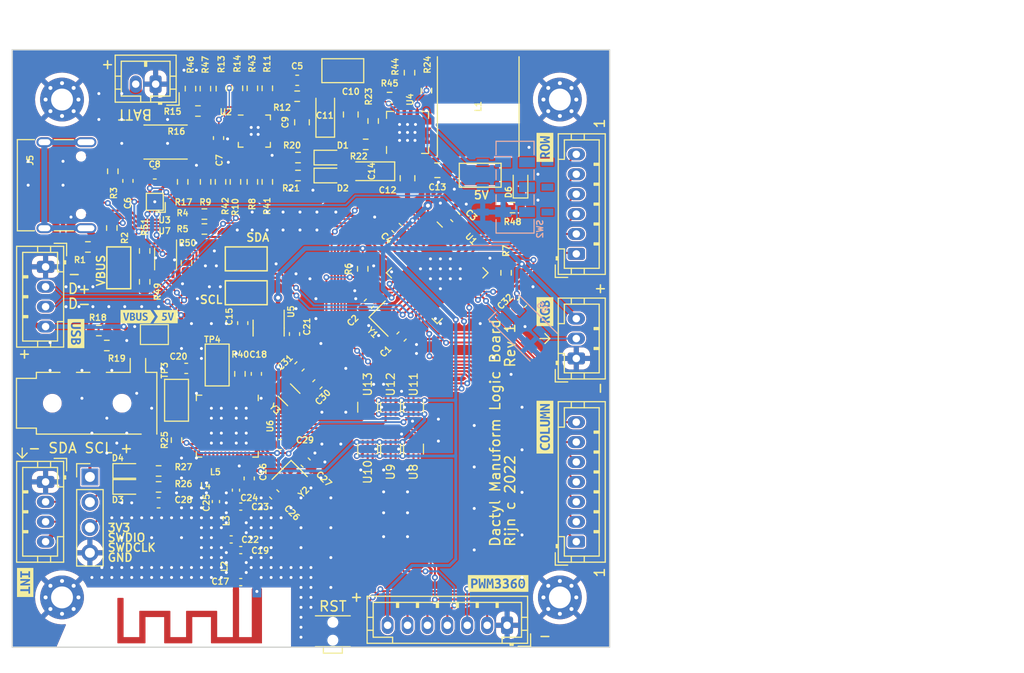
<source format=kicad_pcb>
(kicad_pcb (version 20211014) (generator pcbnew)
  (title_block (rev "1"))
  (layers (0 "F.Cu" signal "Front") (31 "B.Cu" signal "Back") (34 "B.Paste" user) (35 "F.Paste" user) (36 "B.SilkS" user "B.Silkscreen") (37 "F.SilkS" user "F.Silkscreen") (38 "B.Mask" user) (39 "F.Mask" user) (44 "Edge.Cuts" user))
  (net 0 "")
  (net 1 "GND")
  (net 2 "Net-(C1-Pad2)")
  (net 3 "Net-(C2-Pad2)")
  (net 4 "Net-(C3-Pad1)")
  (net 5 "Net-(C4-Pad1)")
  (net 6 "VBUS")
  (net 7 "Net-(C6-Pad1)")
  (net 8 "Net-(C7-Pad1)")
  (net 9 "/Battery Management/OUT")
  (net 10 "+5V")
  (net 11 "+3V3")
  (net 12 "Net-(C19-Pad2)")
  (net 13 "Net-(C23-Pad2)")
  (net 14 "Net-(C24-Pad2)")
  (net 15 "Net-(C25-Pad1)")
  (net 16 "Net-(C26-Pad2)")
  (net 17 "Net-(C27-Pad2)")
  (net 18 "Net-(C28-Pad1)")
  (net 19 "Net-(C29-Pad1)")
  (net 20 "Net-(C30-Pad1)")
  (net 21 "Net-(C31-Pad1)")
  (net 22 "Net-(D3-Pad2)")
  (net 23 "Net-(D4-Pad2)")
  (net 24 "/Controller/R1")
  (net 25 "/Controller/R2")
  (net 26 "/Controller/R3")
  (net 27 "/Controller/R4")
  (net 28 "/Controller/R5")
  (net 29 "/Controller/R6")
  (net 30 "/Controller/C1")
  (net 31 "/Controller/C2")
  (net 32 "/Controller/C3")
  (net 33 "/Controller/C4")
  (net 34 "/Controller/C5")
  (net 35 "/Controller/C6")
  (net 36 "/Controller/C7")
  (net 37 "/Controller/RGB")
  (net 38 "/Battery Management/SDA")
  (net 39 "/Battery Management/SCL")
  (net 40 "Net-(J5-PadA5)")
  (net 41 "Net-(J5-PadA6)")
  (net 42 "Net-(J5-PadA7)")
  (net 44 "Net-(J5-PadB5)")
  (net 46 "Net-(J5-PadS1)")
  (net 47 "/Bluetooth/RST")
  (net 48 "Net-(J7-Pad3)")
  (net 49 "/Controller/PWM_CS")
  (net 50 "/Bluetooth/MISO")
  (net 51 "/Bluetooth/MOSI")
  (net 52 "/Bluetooth/SCK")
  (net 53 "Net-(L1-Pad2)")
  (net 54 "Net-(L4-Pad1)")
  (net 55 "/Bluetooth/CS")
  (net 56 "/Bluetooth/IRQ")
  (net 57 "/Controller/D-")
  (net 58 "/Controller/D+")
  (net 59 "Net-(R6-Pad1)")
  (net 60 "Net-(R7-Pad1)")
  (net 61 "Net-(R9-Pad2)")
  (net 62 "Net-(R11-Pad2)")
  (net 63 "Net-(R12-Pad2)")
  (net 64 "Net-(R13-Pad2)")
  (net 65 "Net-(R17-Pad2)")
  (net 66 "Net-(R22-Pad1)")
  (net 67 "/Battery Management/GPOUT")
  (net 89 "/Controller/PWM_INT")
  (net 90 "Net-(D1-Pad1)")
  (net 91 "Net-(R10-Pad1)")
  (net 92 "Net-(D2-Pad1)")
  (net 93 "Net-(R26-Pad1)")
  (net 94 "Net-(R27-Pad1)")
  (net 95 "Net-(R40-Pad1)")
  (net 96 "Net-(TP3-Pad1)")
  (net 97 "Net-(TP4-Pad1)")
  (net 98 "Net-(R41-Pad2)")
  (net 99 "Net-(R14-Pad1)")
  (net 100 "Net-(R20-Pad2)")
  (net 101 "Net-(R21-Pad2)")
  (net 102 "/Bluetooth/RST_L")
  (net 103 "/Bluetooth/SCK_L")
  (net 104 "/Bluetooth/MISO_L")
  (net 105 "/Bluetooth/MOSI_L")
  (net 106 "/Bluetooth/CS_L")
  (net 107 "/Bluetooth/IRQ_L")
  (net 108 "/Battery Management/VBAT")
  (net 109 "Net-(R24-Pad1)")
  (net 110 "/Battery Management/BOOST_EN")
  (net 113 "Net-(AE1-Pad1)")
  (net 114 "Net-(D6-Pad1)")
  (net 115 "Net-(R15-Pad1)")
  (net 116 "Net-(R49-Pad1)")
  (net 117 "Net-(R50-Pad1)")
  (net 118 "Net-(R51-Pad1)")
  (net 119 "Net-(D5-Pad3)")
  (net 120 "Net-(R15-Pad2)")
  (footprint "Capacitor_SMD:C_0603_1608Metric" (layer "F.Cu") (at 74.519 82.549 90)
    (fp_text reference "C18")
    (fp_text value "100n")
  )
  (footprint "kibuzzard-62F083D5" (layer "F.Cu") (at 65.4 76.8)
    (fp_text reference "kibuzzard-62F083D5" hide)
    (fp_text value "G***" hide)
  )
  (footprint "Capacitor_SMD:C_0603_1608Metric" (layer "F.Cu") (at 76.316117 94.656066 -45)
    (fp_text reference "C26")
    (fp_text value "12p")
  )
  (footprint "Capacitor_SMD:C_0603_1608Metric" (layer "F.Cu") (at 78.35 78.55 90)
    (fp_text reference "C21")
    (fp_text value "10u")
  )
  (footprint "Resistor_SMD:R_0603_1608Metric" (layer "F.Cu") (at 70.9184 63.2663 90)
    (fp_text reference "R42")
    (fp_text value "0")
  )
  (footprint "Connector_JST:JST_PH_B3B-PH-K_1x03_P2.00mm_Vertical" (layer "F.Cu") (at 106.65 81 90)
    (fp_text reference "J3")
    (fp_text value "Conn_01x03_Female")
  )
  (footprint "Resistor_SMD:R_0603_1608Metric" (layer "F.Cu") (at 57.6 69.8 180)
    (fp_text reference "R1")
    (fp_text value "0")
  )
  (footprint "Inductor_SMD:L_0402_1005Metric" (layer "F.Cu") (at 72.47 101.89 90)
    (fp_text reference "L2")
    (fp_text value "0")
  )
  (footprint "Inductor_SMD:L_0402_1005Metric" (layer "F.Cu") (at 71.979 92.582 180)
    (fp_text reference "L5")
    (fp_text value "4.7n")
  )
  (footprint "Crystal:Crystal_SMD_2016-4Pin_2.0x1.6mm" (layer "F.Cu") (at 77.866117 93.006066 -135)
    (fp_text reference "Y2")
    (fp_text value "16M_GND24")
  )
  (footprint "Resistor_SMD:R_0603_1608Metric" (layer "F.Cu") (at 78.699 60.8267 180)
    (fp_text reference "R20")
    (fp_text value "1K")
  )
  (footprint "Resistor_SMD:R_0603_1608Metric" (layer "F.Cu") (at 60.1 62.2 -90)
    (fp_text reference "R3")
    (fp_text value "5.1K")
  )
  (footprint "Resistor_SMD:R_0603_1608Metric" (layer "F.Cu") (at 63.3 73.3 -90)
    (fp_text reference "R49")
    (fp_text value "200k")
  )
  (footprint "Package_DFN_QFN:QFN-48-1EP_6x6mm_P0.4mm_EP4.6x4.6mm" (layer "F.Cu") (at 71.6 87.8 -90)
    (fp_text reference "U6")
    (fp_text value "nRF51x22-QFxx")
  )
  (footprint "Resistor_SMD:R_0603_1608Metric" (layer "F.Cu") (at 78.699 62.6267 180)
    (fp_text reference "R21")
    (fp_text value "1K")
  )
  (footprint "Capacitor_SMD:C_0402_1005Metric" (layer "F.Cu") (at 72.95 100.249 180)
    (fp_text reference "C19")
    (fp_text value "DNP")
  )
  (footprint "TPS63802DLAR:USON-6" (layer "F.Cu") (at 85.7 85.9 180)
    (fp_text reference "U13")
    (fp_text value "SN74LVC1T45DPK")
  )
  (footprint "TPS63802DLAR:USON-6" (layer "F.Cu") (at 90.3 90.1)
    (fp_text reference "U8")
    (fp_text value "SN74LVC1T45DPK")
  )
  (footprint "kibuzzard-62C9009F" (layer "F.Cu") (at 56.4 78.5 -90)
    (fp_text reference "kibuzzard-62C9009F" hide)
    (fp_text value "G***" hide)
  )
  (footprint "TestPoint:TestPoint_Keystone_5019_Minature" (layer "F.Cu") (at 60.7 71.9 90)
    (fp_text reference "TP7")
    (fp_text value "VBUS")
  )
  (footprint "Connector_JST:JST_PH_B7B-PH-K_1x07_P2.00mm_Vertical" (layer "F.Cu") (at 99.7 107.8 180)
    (fp_text reference "J8")
    (fp_text value "Conn_01x07_Female")
  )
  (footprint "Capacitor_SMD:C_0805_2012Metric" (layer "F.Cu") (at 79.0992 57.2835 90)
    (fp_text reference "C9")
    (fp_text value "10u")
  )
  (footprint "Resistor_SMD:R_0603_1608Metric" (layer "F.Cu") (at 72.4184 63.2663 -90)
    (fp_text reference "R10")
    (fp_text value "DNP")
  )
  (footprint "Resistor_SMD:R_0603_1608Metric" (layer "F.Cu") (at 69.3 66.5)
    (fp_text reference "R4")
    (fp_text value "22")
  )
  (footprint "TPS63802DLAR:USON-6" (layer "F.Cu") (at 90.3 85.9 180)
    (fp_text reference "U11")
    (fp_text value "SN74LVC1T45DPK")
  )
  (footprint "Connector_Audio:Jack_3.5mm_PJ320D_Horizontal" (layer "F.Cu") (at 58.8 85.5)
    (fp_text reference "J4")
    (fp_text value "AudioJack4_Ground")
  )
  (footprint "Resistor_SMD:R_0603_1608Metric" (layer "F.Cu") (at 85.5 59.5 180)
    (fp_text reference "R22")
    (fp_text value "1.07M")
  )
  (footprint "Resistor_SMD:R_0603_1608Metric" (layer "F.Cu") (at 74.1184 63.2663 -90)
    (fp_text reference "R8")
    (fp_text value "10K")
  )
  (footprint "LED_SMD:LED_0603_1608Metric" (layer "F.Cu") (at 81.799 62.6267)
    (fp_text reference "D2")
    (fp_text value "LED")
  )
  (footprint "Capacitor_SMD:C_0603_1608Metric" (layer "F.Cu") (at 79.466117 91.456066 135)
    (fp_text reference "C27")
    (fp_text value "12p")
  )
  (footprint "TestPoint:TestPoint_Keystone_5019_Minature" (layer "F.Cu") (at 66.5 85.2 90)
    (fp_text reference "TP3")
    (fp_text value "VOUT")
  )
  (footprint "Capacitor_SMD:C_0402_1005Metric" (layer "F.Cu") (at 72.95 95.88 180)
    (fp_text reference "C23")
    (fp_text value "1.0p")
  )
  (footprint "Resistor_SMD:R_2512_6332Metric" (layer "F.Cu") (at 65.4 59.2663)
    (fp_text reference "R16")
    (fp_text value "0.01 1%")
  )
  (footprint "TPS63802DLAR:USON-6" (layer "F.Cu") (at 88 85.9 180)
    (fp_text reference "U12")
    (fp_text value "SN74LVC1T45DPK")
  )
  (footprint "LED_SMD:LED_0603_1608Metric" (layer "F.Cu") (at 61.6 92.3)
    (fp_text reference "D4")
    (fp_text value "LED")
  )
  (footprint "Capacitor_SMD:C_0603_1608Metric" (layer "F.Cu") (at 61.6184 63.1663 90)
    (fp_text reference "C6")
    (fp_text value "2.2u")
  )
  (footprint "kibuzzard-62C90092" (layer "F.Cu") (at 51.3 103.5 -90)
    (fp_text reference "kibuzzard-62C90092" hide)
    (fp_text value "G***" hide)
  )
  (footprint "MountingHole:MountingHole_2.2mm_M2_Pad_Via" (layer "F.Cu") (at 105 55)
    (fp_text reference "H4")
    (fp_text value "MountingHole_Pad")
  )
  (footprint "Capacitor_Tantalum_SMD:CP_EIA-3216-18_Kemet-A" (layer "F.Cu") (at 86.1 62.2 180)
    (fp_text reference "C14")
    (fp_text value "47u")
  )
  (footprint "Jumper:SolderJumper-2_P1.3mm_Open_TrianglePad1.0x1.5mm" (layer "F.Cu") (at 64.275 78.6)
    (fp_text reference "JP1")
    (fp_text value "SolderJumper_2_Open")
  )
  (footprint "Capacitor_SMD:C_0603_1608Metric" (layer "F.Cu") (at 78.6184 53.0663)
    (fp_text reference "C5")
    (fp_text value "1.0u")
  )
  (footprint "Resistor_SMD:R_0603_1608Metric" (layer "F.Cu") (at 63.3 70.2 -90)
    (fp_text reference "R51")
    (fp_text value "4.7k")
  )
  (footprint "MountingHole:MountingHole_2.2mm_M2_Pad_Via" (layer "F.Cu") (at 105 105)
    (fp_text reference "H3")
    (fp_text value "MountingHole_Pad")
  )
  (footprint "Resistor_SMD:R_0603_1608Metric" (layer "F.Cu") (at 67.1184 63.2663 -90)
    (fp_text reference "R17")
    (fp_text value "10K")
  )
  (footprint "Capacitor_SMD:C_0603_1608Metric" (layer "F.Cu") (at 64.3184 62.4663)
    (fp_text reference "C8")
    (fp_text value "1u")
  )
  (footprint "Connector_JST:JST_PH_B4B-PH-K_1x04_P2.00mm_Vertical" (layer "F.Cu") (at 53.35 93.4 -90)
    (fp_text reference "J9")
    (fp_text value "Conn_01x04_Female")
  )
  (footprint "Capacitor_SMD:C_0603_1608Metric" (layer "F.Cu") (at 73.15 77.45 -90)
    (fp_text reference "C15")
    (fp_text value "10u")
  )
  (footprint "Capacitor_SMD:C_0603_1608Metric" (layer "F.Cu") (at 70.7184 58.8663 -90)
    (fp_text reference "C7")
    (fp_text value "4.7u")
  )
  (footprint "TestPoint:TestPoint_Keystone_5019_Minature" (layer "F.Cu") (at 83.2 52.1 180)
    (fp_text reference "TP1")
    (fp_text value "VOUT")
  )
  (footprint "Capacitor_SMD:C_0603_1608Metric" (layer "F.Cu") (at 88.6 67.9 135)
    (fp_text reference "C4")
    (fp_text value "1uF")
  )
  (footprint "Resistor_SMD:R_0603_1608Metric" (layer "F.Cu") (at 91.6 54.1 -90)
    (fp_text reference "R24")
    (fp_text value "0")
  )
  (footprint "Resistor_SMD:R_0603_1608Metric" (layer "F.Cu") (at 72.6184 53.8663 90)
    (fp_text reference "R14")
    (fp_text value "DNP")
  )
  (footprint "Crystal:Crystal_SMD_3215-2Pin_3.2x1.5mm" (layer "F.Cu") (at 77.8 84.65 135)
    (fp_text reference "Y3")
    (fp_text value "Crystal")
  )
  (footprint "Resistor_SMD:R_0603_1608Metric" (layer "F.Cu") (at 99.6 72.4 90)
    (fp_text reference "R7")
    (fp_text value "10K")
  )
  (footprint "kibuzzard-62C9005A" (layer "F.Cu") (at 103.5 59.8 90)
    (fp_text reference "kibuzzard-62C9005A" hide)
    (fp_text value "G***" hide)
  )
  (footprint "Resistor_SMD:R_0603_1608Metric" (layer "F.Cu") (at 72.868 82.549 90)
    (fp_text reference "R40")
    (fp_text value "1k")
  )
  (footprint "Resistor_SMD:R_0603_1608Metric" (layer "F.Cu") (at 78.6184 54.6663 180)
    (fp_text reference "R12")
    (fp_text value "1.5k")
  )
  (footprint "Package_DFN_QFN:QFN-44-1EP_7x7mm_P0.5mm_EP5.2x5.2mm" (layer "F.Cu") (at 92.680761 72.4 -45)
    (fp_text reference "U1")
    (fp_text value "ATmega32U4-M")
  )
  (footprint "Package_SO:VSSOP-8_2.3x2mm_P0.5mm" (layer "F.Cu") (at 65.4 71 -90)
    (fp_text reference "U7")
    (fp_text value "PCA9306DC1")
  )
  (footprint "kibuzzard-62C9006A" (layer "F.Cu") (at 103.5 76.3 90)
    (fp_text reference "kibuzzard-62C9006A" hide)
    (fp_text value "G***" hide)
  )
  (footprint "Capacitor_SMD:C_0402_1005Metric" (layer "F.Cu") (at 71.99 99.18)
    (fp_text reference "C22")
    (fp_text value "1.5p")
  )
  (footprint "MountingHole:MountingHole_2.2mm_M2_Pad_Via" (layer "F.Cu") (at 55 55)
    (fp_text reference "H1")
    (fp_text value "MountingHole_Pad")
  )
  (footprint "Inductor_SMD:L_Taiyo-Yuden_NR-80xx_HandSoldering" (layer "F.Cu") (at 96.8 55.7 -90)
    (fp_text reference "L1")
    (fp_text value "6.8uH")
  )
  (footprint "Resistor_SMD:R_0603_1608Metric" (layer "F.Cu") (at 86.25 57.15 -90)
    (fp_text reference "R23")
    (fp_text value "200k")
  )
  (footprint "Resistor_SMD:R_0603_1608Metric" (layer "F.Cu") (at 89.9 52.3 90)
    (fp_text reference "R44")
    (fp_text value "DNP")
  )
  (footprint "Package_TO_SOT_SMD:SOT-23-5" (layer "F.Cu") (at 75.75 77.95 -90)
    (fp_text reference "U5")
    (fp_text value "TLV70033_SOT23-5")
  )
  (footprint "Capacitor_SMD:C_0603_1608Metric" (layer "F.Cu") (at 76.9 89.65)
    (fp_text reference "C29")
    (fp_text value "100n")
  )
  (footprint "Capacitor_SMD:C_0805_2012Metric" (layer "F.Cu") (at 84 56.5 -90)
    (fp_text reference "C10")
    (fp_text value "10u")
  )
  (footprint "Inductor_SMD:L_0402_1005Metric" (layer "F.Cu") (at 72.47 97.53 90)
    (fp_text reference "L3")
    (fp_text value "3.3n")
  )
  (footprint "Resistor_SMD:R_0603_1608Metric" (layer "F.Cu") (at 64.7 93.9 180)
    (fp_text reference "R26")
    (fp_text value "2.2k")
  )
  (footprint "Resistor_SMD:R_0603_1608Metric" (layer "F.Cu") (at 100.25 65.85 180)
    (fp_text reference "R48")
    (fp_text value "1K")
  )
  (footprint "LED_SMD:LED_0603_1608Metric" (layer "F.Cu") (at 81.799 60.8267)
    (fp_text reference "D1")
    (fp_text value "LED")
  )
  (footprint "Crystal:Crystal_SMD_2016-4Pin_2.0x1.6mm" (layer "F.Cu") (at 87.6 77 -45)
    (fp_text reference "Y1")
    (fp_text value "Crystal_GND24")
  )
  (footprint "kibuzzard-62F083BB" (layer "F.Cu") (at 62.6 76.8)
    (fp_text reference "kibuzzard-62F083BB" hide)
    (fp_text value "G***" hide)
  )
  (footprint "Package_DFN_QFN:Texas_S-PVQFN-N16_EP2.7x2.7mm" (layer "F.Cu") (at 89.7 58.3 90)
    (fp_text reference "U4")
    (fp_text value "TPS61090")
  )
  (footprint "Capacitor_SMD:C_0603_1608Metric" (layer "F.Cu") (at 85.819239 75.5 -135)
    (fp_text reference "C2")
    (fp_text value "22p")
  )
  (footprint "Capacitor_SMD:C_0603_1608Metric" (layer "F.Cu") (at 80.65 83.6 45)
    (fp_text reference "C30")
    (fp_text value "12p")
  )
  (footprint "Resistor_SMD:R_0603_1608Metric" (layer "F.Cu") (at 66.5 89.2 90)
    (fp_text reference "R25")
    (fp_text value "1k")
  )
  (footprint "RF_Antenna:Texas_SWRA117D_2.4GHz_Right" (layer "F.Cu") (at 72.47 104.4 180)
    (fp_text reference "AE1")
    (fp_text value "Antenna")
  )
  (footprint "Capacitor_SMD:C_0402_1005Metric" (layer "F.Cu") (at 72.47 94.23 90)
    (fp_text reference "C24")
    (fp_text value "2.2p")
  )
  (footprint "Resistor_SMD:R_0603_1608Metric" (layer "F.Cu") (at 85.2 72 90)
    (fp_text reference "R6")
    (fp_text value "10K")
  )
  (footprint "Capacitor_SMD:C_0603_1608Metric" (layer "F.Cu") (at 73.8 93.05 -90)
    (fp_text reference "C16")
    (fp_text value "1n")
  )
  (footprint "Resistor_SMD:R_0603_1608Metric" (layer "F.Cu") (at 67.5 71.4 -90)
    (fp_text reference "R50")
    (fp_text value "4.7k")
  )
  (footprint "Resistor_SMD:R_0603_1608Metric" (layer "F.Cu") (at 64.7 92.3 180)
    (fp_text reference "R27")
    (fp_text value "2.2k")
  )
  (footprint "Resistor_SMD:R_0603_1608Metric" (layer "F.Cu") (at 87.9 54.8)
    (fp_text reference "R45")
    (fp_text value "0")
  )
  (footprint "Resistor_SMD:R_0603_1608Metric" (layer "F.Cu") (at 60 67.9 90)
    (fp_text reference "R2")
    (fp_text value "5.1K")
  )
  (footprint "kibuzzard-62C90078" (layer "F.Cu") (at 103.5 87.9 90)
    (fp_text reference "kibuzzard-62C90078" hide)
    (fp_text value "G***" hide)
  )
  (footprint "Capacitor_SMD:C_0805_2012Metric" (layer "F.Cu") (at 89.7 62.9 -90)
    (fp_text reference "C12")
    (fp_text value "22u")
  )
  (footprint "Capacitor_SMD:C_0603_1608Metric" (layer "F.Cu") (at 67.475 82 180)
    (fp_text reference "C20")
    (fp_text value "100n")
  )
  (footprint "MountingHole:MountingHole_2.2mm_M2_Pad_Via" (layer "F.Cu") (at 55 105)
    (fp_text reference "H2")
    (fp_text value "MountingHole_Pad")
  )
  (footprint "Capacitor_Tantalum_SMD:CP_EIA-3216-18_Kemet-A" (layer "F.Cu") (at 81.436 56.4669 90)
    (fp_text reference "C11")
    (fp_text value "47u")
  )
  (footprint "Capacitor_SMD:C_0603_1608Metric" (layer "F.Cu") (at 89.1 78.8 45)
    (fp_text reference "C1")
    (fp_text value "22p")
  )
  (footprint "Button_Switch_SMD:SW_SPST_EVQP7C" (layer "F.Cu") (at 82.2 108.4)
    (fp_text reference "SW1")
    (fp_text value "SW_SPST")
  )
  (footprint "Inductor_SMD:L_0402_1005Metric" (layer "F.Cu") (at 70.963 93.725 180)
    (fp_text reference "L4")
    (fp_text value "10n")
  )
  (footprint "LED_SMD:LED_0603_1608Metric" (layer "F.Cu") (at 101.05 63.4 90)
    (fp_text reference "D6")
    (fp_text value "LED")
  )
  (footprint "Connector_USB:USB_C_Receptacle_XKB_U262-16XN-4BVC11" (layer "F.Cu") (at 54.3 63.6 -90)
    (fp_text reference "J5")
    (fp_text value "USB_C_Receptacle_USB2.0")
  )
  (footprint "Connector_JST:JST_PH_B2B-PH-K_1x02_P2.00mm_Vertical" (layer "F.Cu") (at 64.4 53.45 180)
    (fp_text reference "J6")
    (fp_text value "Conn_01x02_Female")
  )
  (footprint "Capacitor_SMD:C_0603_1608Metric" (layer "F.Cu") (at 78.85 81.8 45)
    (fp_text reference "C31")
    (fp_text value "12p")
  )
  (footprint "Resistor_SMD:R_0603_1608Metric" (layer "F.Cu") (at 59.5 79.7 180)
    (fp_text reference "R19")
    (fp_text value "4.7k")
  )
  (footprint "Resistor_SMD:R_0603_1608Metric" (layer "F.Cu") (at 74.1184 53.8663 -90)
    (fp_text reference "R43")
    (fp_text value "0")
  )
  (footprint "TestPoint:TestPoint_Keystone_5019_Minature" (layer "F.Cu") (at 73.5 71)
    (fp_text reference "TP5")
    (fp_text value "SDA")
  )
  (footprint "Package_DFN_QFN:VQFN-16-1EP_3x3mm_P0.5mm_EP1.6x1.6mm" (layer "F.Cu") (at 74.3184 58.1663)
    (fp_text reference "U2")
    (fp_text value "BQ24075RGT")
  )
  (footprint "Capacitor_SMD:C_0603_1608Metric" (layer "F.Cu") (at 101.2 75.4 45)
    (fp_text reference "C32")
    (fp_text value "100n")
  )
  (footprint "Connector_PinHeader_2.54mm:PinHeader_1x04_P2.54mm_Vertical" (layer "F.Cu") (at 57.8 92.9)
    (fp_text reference "J7")
    (fp_text value "Conn_01x04_Male")
  )
  (footprint "LED_SMD:LED_0603_1608Metric" (layer "F.Cu") (at 61.6 93.9)
    (fp_text reference "D3")
    (fp_text value "LED")
  )
  (footprint "Capacitor_SMD:C_0402_1005Metric" (layer "F.Cu") (at 70.455 95.376 -90)
    (fp_text reference "C25")
    (fp_text value "2.2n")
  )
  (footprint "Resistor_SMD:R_0603_1608Metric" (layer "F.Cu") (at 69.4184 63.2663 90)
    (fp_text reference "R9")
    (fp_text value "100K")
  )
  (footprint "Resistor_SMD:R_0603_1608Metric" (layer "F.Cu") (at 58.7 78.2 180)
    (fp_text reference "R18")
    (fp_text value "4.7k")
  )
  (footprint "Capacitor_SMD:C_0603_1608Metric" (layer "F.Cu") (at 94.5 66.8 135)
    (fp_text reference "C3")
    (fp_text value "0.1u")
  )
  (footprint "Resistor_SMD:R_0603_1608Metric" (layer "F.Cu") (at 75.6184 53.8663 -90)
    (fp_text reference "R11")
    (fp_text value "DNP")
  )
  (footprint "kibuzzard-62C90085" (layer "F.Cu") (at 98.8 103.6)
    (fp_text reference "kibuzzard-62C90085" hide)
    (fp_text value "G***" hide)
  )
  (footprint "Resistor_SMD:R_0603_1608Metric" (layer "F.Cu") (at 69.3 68)
    (fp_text reference "R5")
    (fp_text value "22")
  )
  (footprint "Resistor_SMD:R_0603_1608Metric" (layer "F.Cu") (at 69.4 53.9 -90)
    (fp_text reference "R47")
    (fp_text value "49.9k")
  )
  (footprint "TestPoint:TestPoint_Keystone_5019_Minature" (layer "F.Cu") (at 97 62.6 180)
    (fp_text reference "TP2")
    (fp_text value "5V")
  )
  (footprint "Connector_JST:JST_PH_B7B-PH-K_1x07_P2.00mm_Vertical" (layer "F.Cu") (at 106.65 99.4 90)
    (fp_text reference "J2")
    (fp_text value "Conn_01x07_Female")
  )
  (footprint "Connector_JST:JST_PH_B4B-PH-K_1x04_P2.00mm_Vertical" (layer "F.Cu") (at 53.35 71.8 -90)
    (fp_text reference "J10")
    (fp_text value "Conn_01x04_Female")
  )
  (footprint "Resistor_SMD:R_0603_1608Metric" (layer "F.Cu") (at 68.65 56.15)
    (fp_text reference "R15")
    (fp_text value "0")
  )
  (footprint "Resistor_SMD:R_0603_1608Metric" (layer "F.Cu") (at 67.9 53.9 90)
    (fp_text reference "R46")
    (fp_text value "200k")
  )
  (footprint "Capacitor_SMD:C_0402_1005Metric" (layer "F.Cu") (at 72.95 103.46 180)
    (fp_text reference "C17")
    (fp_text value "DNP")
  )
  (footprint "TestPoint:TestPoint_Keystone_5019_Minature" (layer "F.Cu") (at 70.582 81.66 -90)
    (fp_text reference "TP4")
    (fp_text value "VOUT")
  )
  (footprint "Capacitor_SMD:C_0603_1608Metric" (layer "F.Cu") (at 64.7 95.5 180)
    (fp_text reference "C28")
    (fp_text value "47n")
  )
  (footprint "Resistor_SMD:R_0603_1608Metric" (layer "F.Cu") (at 75.6184 63.2663 90)
    (fp_text reference "R41")
    (fp_text value "DNP")
  )
  (footprint "TPS63802DLAR:USON-6" (layer "F.Cu") (at 88 90.1)
    (fp_text reference "U9")
    (fp_text value "SN74LVC1T45DPK")
  )
  (footprint "Capacitor_SMD:C_0805_2012Metric" (layer "F.Cu") (at 92.7 62.1)
    (fp_text reference "C13")
    (fp_text value "22u")
  )
  (footprint "Connector_JST:JST_PH_B6B-PH-K_1x06_P2.00mm_Vertical" (layer "F.Cu") (at 106.65 70.5 90)
    (fp_text reference "J1")
    (fp_text value "Conn_01x06_Male")
  )
  (footprint "Package_BGA:Texas_DSBGA-9_1.4715x1.4715mm_Layout3x3_P0.5mm" (layer "F.Cu") (at 64.3184 65.2663 180)
    (fp_text reference "U3")
    (fp_text value "BQ27220")
  )
  (footprint "TestPoint:TestPoint_Keystone_5019_Minature" (layer "F.Cu") (at 73.5 74.4)
    (fp_text reference "TP6")
    (fp_text value "SCL")
  )
  (footprint "TPS63802DLAR:USON-6" (layer "F.Cu") (at 85.7 90.1)
    (fp_text reference "U10")
    (fp_text value "SN74LVC1T45DPK")
  )
  (footprint "Resistor_SMD:R_0603_1608Metric" (layer "F.Cu") (at 71 53.9 -90)
    (fp_text reference "R13")
    (fp_text value "1K")
  )
  (footprint "TPS63802DLAR:SW_DPDT_CK_JS202011JCQN" (layer "B.Cu") (at 100.5 63.8 -90)
    (fp_text reference "SW2")
    (fp_text value "SW_DPDT_x2")
  )
  (footprint "LED_SMD:LED_SK6812MINI_PLCC4_3.5x3.5mm_P1.75mm" (layer "B.Cu") (at 101.300001 77.799997 135)
    (fp_text reference "D5")
    (fp_text value "SK6812MINI")
  )
  (gr_line (start 51 90) (end 51 91) (layer "F.SilkS") (width 0.127))
  (gr_line (start 104 79) (end 103.5 78.5) (layer "F.SilkS") (width 0.127))
  (gr_line (start 104 79) (end 103.5 79.5) (layer "F.SilkS") (width 0.127))
  (gr_line (start 51 91) (end 50.5 90.5) (layer "F.SilkS") (width 0.127))
  (gr_line (start 103 79) (end 104 79) (layer "F.SilkS") (width 0.127))
  (gr_line (start 51 91) (end 51.5 90.5) (layer "F.SilkS") (width 0.127))
  (gr_rect (start 50 50) (end 110 110) (layer "Edge.Cuts") (width 0.127) (fill none))
  (gr_text "5V" (at 97.949995 64.6) (layer "F.SilkS") (effects (font (size 0.8128 0.8128) (thickness 0.1524)) (justify right)))
  (gr_text "GND" (at 59.500008 101.000001) (layer "F.SilkS") (effects (font (size 0.8128 0.8128) (thickness 0.1524)) (justify left)))
  (gr_text "SWDCLK" (at 59.500008 100.000003) (layer "F.SilkS") (effects (font (size 0.8128 0.8128) (thickness 0.1524)) (justify left)))
  (gr_text "SCL" (at 71.20001 75.100002) (layer "F.SilkS") (effects (font (size 0.8128 0.8128) (thickness 0.1524)) (justify right)))
  (gr_text "+" (at 50.5 80.5) (layer "F.SilkS") (effects (font (size 1.016 1.016) (thickness 0.1524)) (justify left)))
  (gr_text "+" (at 84.5 105 90) (layer "F.SilkS") (effects (font (size 1.016 1.016) (thickness 0.1524))))
  (gr_text "D-" (at 55.499991 75.500001) (layer "F.SilkS") (effects (font (size 1.016 1.016) (thickness 0.1524)) (justify left)))
  (gr_text "- SDA SCL +" (at 51.5 90) (layer "F.SilkS") (effects (font (size 1.016 1.016) (thickness 0.1524)) (justify left)))
  (gr_text "-" (at 103.5 109 180) (layer "F.SilkS") (effects (font (size 1.016 1.016) (thickness 0.1524))))
  (gr_text "3V3" (at 59.500008 98.009989) (layer "F.SilkS") (effects (font (size 0.8128 0.8128) (thickness 0.1524)) (justify left)))
  (gr_text "RST" (at 82.2 105.9) (layer "F.SilkS") (effects (font (size 1.016 1.016) (thickness 0.1524))))
  (gr_text "SDA" (at 75.900001 68.850002) (layer "F.SilkS") (effects (font (size 0.8128 0.8128) (thickness 0.1524)) (justify right)))
  (gr_text "1" (at 109 57.4 90) (layer "F.SilkS") (effects (font (size 1.016 1.016) (thickness 0.1524))))
  (gr_text "BATT" (at 60.500006 56.499989 180) (layer "F.SilkS") (effects (font (size 1.016 1.016) (thickness 0.1524)) (justify right)))
  (gr_text "Rev 1" (at 100.000003 81.999988 90) (layer "F.SilkS") (effects (font (size 1.016 1.016) (thickness 0.1524)) (justify left)))
  (gr_text "-" (at 55.499991 72.500007) (layer "F.SilkS") (effects (font (size 1.016 1.016) (thickness 0.1524)) (justify left)))
  (gr_text "+" (at 109 74.000004 90) (layer "F.SilkS") (effects (font (size 1.016 1.016) (thickness 0.1524))))
  (gr_text "D+" (at 55.5 74) (layer "F.SilkS") (effects (font (size 1.016 1.016) (thickness 0.1524)) (justify left)))
  (gr_text "1" (at 109 102.5 90) (layer "F.SilkS") (effects (font (size 1.016 1.016) (thickness 0.1524))))
  (gr_text "SWDIO" (at 59.500008 99.000005) (layer "F.SilkS") (effects (font (size 0.8128 0.8128) (thickness 0.1524)) (justify left)))
  (gr_text "-" (at 109.000011 84.00001 90) (layer "F.SilkS") (effects (font (size 1.016 1.016) (thickness 0.1524))))
  (gr_text "VBUS" (at 58.9 70.5 90) (layer "F.SilkS") (effects (font (size 0.8128 0.8128) (thickness 0.1524)) (justify right)))
  (gr_text "Dactyl Manuform Logic Board" (at 98.5 100 90) (layer "F.SilkS") (effects (font (size 1.016 1.016) (thickness 0.1524)) (justify left)))
  (gr_text "Rijn c 2022" (at 100.000003 100.000003 90) (layer "F.SilkS") (effects (font (size 1.016 1.016) (thickness 0.1524)) (justify left)))
  (gr_text "+" (at 59.5 51.5 90) (layer "F.SilkS") (effects (font (size 1.016 1.016) (thickness 0.1524))))
  (segment (start 90.3 84.7) (end 90.5 84.5) (width 0.2) (layer "F.Cu") (net 1))
  (segment (start 75.0684 59.6038) (end 75.0684 58.8684) (width 0.2) (layer "F.Cu") (net 1))
  (segment (start 75.0684 59.6038) (end 75.0684 60.3684) (width 0.2) (layer "F.Cu") (net 1))
  (segment (start 90.3 85.225) (end 90.3 84.7) (width 0.2) (layer "F.Cu") (net 1))
  (segment (start 88 84.8) (end 88.4 84.4) (width 0.2) (layer "F.Cu") (net 1))
  (segment (start 75.0684 60.3684) (end 75.3 60.6) (width 0.2) (layer "F.Cu") (net 1))
  (segment (start 75.3 60.6) (end 76.1 60.6) (width 0.2) (layer "F.Cu") (net 1))
  (segment (start 74.57 104.4) (end 74.57 103.81) (width 0.9) (layer "F.Cu") (net 1))
  (segment (start 57.97 60.25) (end 58.55 60.25) (width 0.4572) (layer "F.Cu") (net 1))
  (segment (start 75.0684 58.8684) (end 74.7 58.5) (width 0.2) (layer "F.Cu") (net 1))
  (segment (start 90.686478 69.686478) (end 91.175 70.175) (width 0.2) (layer "F.Cu") (net 1))
  (segment (start 58.55 60.25) (end 59.2 59.6) (width 0.4572) (layer "F.Cu") (net 1))
  (segment (start 90.674346 69.686478) (end 90.686478 69.686478) (width 0.2) (layer "F.Cu") (net 1))
  (segment (start 88 85.225) (end 88 84.8) (width 0.2) (layer "F.Cu") (net 1))
  (via (at 77.9 64.1) (size 0.6) (drill 0.3) (layers "F.Cu" "B.Cu") (net 1))
  (via (at 95 72) (size 0.6) (drill 0.3) (layers "F.Cu" "B.Cu") (net 1))
  (via (at 101.2 98.725) (size 0.6) (drill 0.3) (layers "F.Cu" "B.Cu") (net 1))
  (via (at 73.5 86) (size 0.6) (drill 0.3) (layers "F.Cu" "B.Cu") (net 1))
  (via (at 67.25 52.05) (size 0.6) (drill 0.3) (layers "F.Cu" "B.Cu") (net 1))
  (via (at 81.1 89.6) (size 0.6) (drill 0.3) (layers "F.Cu" "B.Cu") (net 1))
  (via (at 67 103) (size 0.6) (drill 0.3) (layers "F.Cu" "B.Cu") (net 1))
  (via (at 95.6 65.5) (size 0.6) (drill 0.3) (layers "F.Cu" "B.Cu") (net 1))
  (via (at 68.5 61.6) (size 0.6) (drill 0.3) (layers "F.Cu" "B.Cu") (net 1))
  (via (at 67 69.6) (size 0.6) (drill 0.3) (layers "F.Cu" "B.Cu") (net 1))
  (via (at 65 97) (size 0.6) (drill 0.3) (layers "F.Cu" "B.Cu") (net 1))
  (via (at 80.5 75) (size 0.6) (drill 0.3) (layers "F.Cu" "B.Cu") (net 1))
  (via (at 71.5 100.5) (size 0.6) (drill 0.3) (layers "F.Cu" "B.Cu") (net 1))
  (via (at 69 95) (size 0.6) (drill 0.3) (layers "F.Cu" "B.Cu") (net 1))
  (via (at 80 106) (size 0.6) (drill 0.3) (layers "F.Cu" "B.Cu") (net 1))
  (via (at 84.1 71.7) (size 0.6) (drill 0.3) (layers "F.Cu" "B.Cu") (net 1))
  (via (at 97 77.5) (size 0.6) (drill 0.3) (layers "F.Cu" "B.Cu") (net 1))
  (via (at 76.5 71.5) (size 0.6) (drill 0.3) (layers "F.Cu" "B.Cu") (net 1))
  (via (at 70 86) (size 0.6) (drill 0.3) (layers "F.Cu" "B.Cu") (net 1))
  (via (at 70 77.5) (size 0.6) (drill 0.3) (layers "F.Cu" "B.Cu") (net 1))
  (via (at 55.1 61.2) (size 0.6) (drill 0.3) (layers "F.Cu" "B.Cu") (net 1))
  (via (at 59.5 90.5) (size 0.6) (drill 0.3) (layers "F.Cu" "B.Cu") (net 1))
  (via (at 75 95) (size 0.6) (drill 0.3) (layers "F.Cu" "B.Cu") (net 1))
  (via (at 66.5 94.5) (size 0.6) (drill 0.3) (layers "F.Cu" "B.Cu") (net 1))
  (via (at 90.6 79.6) (size 0.6) (drill 0.3) (layers "F.Cu" "B.Cu") (net 1))
  (via (at 68.5 91) (size 0.6) (drill 0.3) (layers "F.Cu" "B.Cu") (net 1))
  (via (at 86.8 78.7) (size 0.6) (drill 0.3) (layers "F.Cu" "B.Cu") (net 1))
  (via (at 101.2 103) (size 0.6) (drill 0.3) (layers "F.Cu" "B.Cu") (net 1))
  (via (at 90.45 59.1) (size 0.6) (drill 0.3) (layers "F.Cu" "B.Cu") (net 1))
  (via (at 71 88.5) (size 0.6) (drill 0.3) (layers "F.Cu" "B.Cu") (net 1))
  (via (at 67 91) (size 0.6) (drill 0.3) (layers "F.Cu" "B.Cu") (net 1))
  (via (at 61 103) (size 0.6) (drill 0.3) (layers "F.Cu" "B.Cu") (net 1))
  (via (at 60 102) (size 0.6) (drill 0.3) (layers "F.Cu" "B.Cu") (net 1))
  (via (at 79 100) (size 0.6) (drill 0.3) (layers "F.Cu" "B.Cu") (net 1))
  (via (at 69.5 93.5) (size 0.6) (drill 0.3) (layers "F.Cu" "B.Cu") (net 1))
  (via (at 92.8 89.3) (size 0.6) (drill 0.3) (layers "F.Cu" "B.Cu") (net 1))
  (via (at 69 99) (size 0.6) (drill 0.3) (layers "F.Cu" "B.Cu") (net 1))
  (via (at 61 99) (size 0.6) (drill 0.3) (layers "F.Cu" "B.Cu") (net 1))
  (via (at 72.5 87) (size 0.6) (drill 0.3) (layers "F.Cu" "B.Cu") (net 1))
  (via (at 88.8 90.1) (size 0.6) (drill 0.3) (layers "F.Cu" "B.Cu") (net 1))
  (via (at 70 100) (size 0.6) (drill 0.3) (layers "F.Cu" "B.Cu") (net 1))
  (via (at 94 73) (size 0.6) (drill 0.3) (layers "F.Cu" "B.Cu") (net 1))
  (via (at 80.4 90.5) (size 0.6) (drill 0.3) (layers "F.Cu" "B.Cu") (net 1))
  (via (at 68 97) (size 0.6) (drill 0.3) (layers "F.Cu" "B.Cu") (net 1))
  (via (at 75 101) (size 0.6) (drill 0.3) (layers "F.Cu" "B.Cu") (net 1))
  (via (at 102.8 62.5) (size 0.6) (drill 0.3) (layers "F.Cu" "B.Cu") (net 1))
  (via (at 71.625024 58.950834) (size 0.6) (drill 0.3) (layers "F.Cu" "B.Cu") (net 1))
  (via (at 87.3 98.9) (size 0.6) (drill 0.3) (layers "F.Cu" "B.Cu") (net 1))
  (via (at 65 82) (size 0.6) (drill 0.3) (layers "F.Cu" "B.Cu") (net 1))
  (via (at 77 103) (size 0.6) (drill 0.3) (layers "F.Cu" "B.Cu") (net 1))
  (via (at 58.7 54.4) (size 0.6) (drill 0.3) (layers "F.Cu" "B.Cu") (net 1))
  (via (at 58.7 57) (size 0.6) (drill 0.3) (layers "F.Cu" "B.Cu") (net 1))
  (via (at 57 82.2) (size 0.6) (drill 0.3) (layers "F.Cu" "B.Cu") (net 1))
  (via (at 80.5 77) (size 0.6) (drill 0.3) (layers "F.Cu" "B.Cu") (net 1))
  (via (at 68.441533 69.395814) (size 0.6) (drill 0.3) (layers "F.Cu" "B.Cu") (net 1))
  (via (at 56.7 75.8) (size 0.6) (drill 0.3) (layers "F.Cu" "B.Cu") (net 1))
  (via (at 79 98) (size 0.6) (drill 0.3) (layers "F.Cu" "B.Cu") (net 1))
  (via (at 88.9 58.3) (size 0.6) (drill 0.3) (layers "F.Cu" "B.Cu") (net 1))
  (via (at 86.5 90.1) (size 0.6) (drill 0.3) (layers "F.Cu" "B.Cu") (net 1))
  (via (at 75 99) (size 0.6) (drill 0.3) (layers "F.Cu" "B.Cu") (net 1))
  (via (at 88.1 72.3) (size 0.6) (drill 0.3) (layers "F.Cu" "B.Cu") (net 1))
  (via (at 69 98) (size 0.6) (drill 0.3) (layers "F.Cu" "B.Cu") (net 1))
  (via (at 75 96) (size 0.6) (drill 0.3) (layers "F.Cu" "B.Cu") (net 1))
  (via (at 100.1 82.6) (size 0.6) (drill 0.3) (layers "F.Cu" "B.Cu") (net 1))
  (via (at 101.5 77.8) (size 0.6) (drill 0.3) (layers "F.Cu" "B.Cu") (net 1))
  (via (at 82 95) (size 0.6) (drill 0.3) (layers "F.Cu" "B.Cu") (net 1))
  (via (at 76.1 60.6) (size 0.6) (drill 0.3) (layers "F.Cu" "B.Cu") (net 1))
  (via (at 94 71) (size 0.6) (drill 0.3) (layers "F.Cu" "B.Cu") (net 1))
  (via (at 74.7 58.5) (size 0.6) (drill 0.3) (layers "F.Cu" "B.Cu") (net 1))
  (via (at 76 97) (size 0.6) (drill 0.3) (layers "F.Cu" "B.Cu") (net 1))
  (via (at 60 82.2) (size 0.6) (drill 0.3) (layers "F.Cu" "B.Cu") (net 1))
  (via (at 65.6 57) (size 0.6) (drill 0.3) (layers "F.Cu" "B.Cu") (net 1))
  (via (at 89.7 92.2) (size 0.6) (drill 0.3) (layers "F.Cu" "B.Cu") (net 1))
  (via (at 75 102) (size 0.6) (drill 0.3) (layers "F.Cu" "B.Cu") (net 1))
  (via (at 67 96) (size 0.6) (drill 0.3) (layers "F.Cu" "B.Cu") (net 1))
  (via (at 69.8 73.8) (size 0.6) (drill 0.3) (layers "F.Cu" "B.Cu") (net 1))
  (via (at 89.1 84.3) (size 0.6) (drill 0.3) (layers "F.Cu" "B.Cu") (net 1))
  (via (at 58 103) (size 0.6) (drill 0.3) (layers "F.Cu" "B.Cu") (net 1))
  (via (at 90.6 80.5) (size 0.6) (drill 0.3) (layers "F.Cu" "B.Cu") (net 1))
  (via (at 93 74) (size 0.6) (drill 0.3) (layers "F.Cu" "B.Cu") (net 1))
  (via (at 89.4 85.9) (size 0.6) (drill 0.3) (layers "F.Cu" "B.Cu") (net 1))
  (via (at 65 102) (size 0.6) (drill 0.3) (layers "F.Cu" "B.Cu") (net 1))
  (via (at 64.4 70.9) (size 0.6) (drill 0.3) (layers "F.Cu" "B.Cu") (net 1))
  (via (at 59.7 75.8) (size 0.6) (drill 0.3) (layers "F.Cu" "B.Cu") (net 1))
  (via (at 63 97) (size 0.6) (drill 0.3) (layers "F.Cu" "B.Cu") (net 1))
  (via (at 71 89.5) (size 0.6) (drill 0.3) (layers "F.Cu" "B.Cu") (net 1))
  (via (at 90.45 58.3) (size 0.6) (drill 0.3) (layers "F.Cu" "B.Cu") (net 1))
  (via (at 59.5 87) (size 0.6) (drill 0.3) (layers "F.Cu" "B.Cu") (net 1))
  (via (at 77.2 68.1) (size 0.6) (drill 0.3) (layers "F.Cu" "B.Cu") (net 1))
  (via (at 65.6 59.4) (size 0.6) (drill 0.3) (layers "F.Cu" "B.Cu") (net 1))
  (via (at 79 102) (size 0.6) (drill 0.3) (layers "F.Cu" "B.Cu") (net 1))
  (via (at 59 102) (size 0.6) (drill 0.3) (layers "F.Cu" "B.Cu") (net 1))
  (via (at 67 93) (size 0.6) (drill 0.3) (layers "F.Cu" "B.Cu") (net 1))
  (via (at 94.4 64) (size 0.6) (drill 0.3) (layers "F.Cu" "B.Cu") (net 1))
  (via (at 69 101) (size 0.6) (drill 0.3) (layers "F.Cu" "B.Cu") (net 1))
  (via (at 69 100) (size 0.6) (drill 0.3) (layers "F.Cu" "B.Cu") (net 1))
  (via (at 74.1 68.1) (size 0.6) (drill 0.3) (layers "F.Cu" "B.Cu") (net 1))
  (via (at 60 103) (size 0.6) (drill 0.3) (layers "F.Cu" "B.Cu") (net 1))
  (via (at 76 96) (size 0.6) (drill 0.3) (layers "F.Cu" "B.Cu") (net 1))
  (via (at 101.2 85.9) (size 0.6) (drill 0.3) (layers "F.Cu" "B.Cu") (net 1))
  (via (at 82.5 66.3) (size 0.6) (drill 0.3) (layers "F.Cu" "B.Cu") (net 1))
  (via (at 93 65.4) (size 0.6) (drill 0.3) (layers "F.Cu" "B.Cu") (net 1))
  (via (at 101.2 94.45) (size 0.6) (drill 0.3) (layers "F.Cu" "B.Cu") (net 1))
  (via (at 88.9 57.5) (size 0.6) (drill 0.3) (layers "F.Cu" "B.Cu") (net 1))
  (via (at 76 101) (size 0.6) (drill 0.3) (layers "F.Cu" "B.Cu") (net 1))
  (via (at 83 89.6) (size 0.6) (drill 0.3) (layers "F.Cu" "B.Cu") (net 1))
  (via (at 92 72) (size 0.6) (drill 0.3) (layers "F.Cu" "B.Cu") (net 1))
  (via (at 74 102) (size 0.6) (drill 0.3) (layers "F.Cu" "B.Cu") (net 1))
  (via (at 81 93) (size 0.6) (drill 0.3) (layers "F.Cu" "B.Cu") (net 1))
  (via (at 71 98) (size 0.6) (drill 0.3) (layers "F.Cu" "B.Cu") (net 1))
  (via (at 55.4 75.8) (size 0.6) (drill 0.3) (layers "F.Cu" "B.Cu") (net 1))
  (via (at 70.5 71.7) (size 0.6) (drill 0.3) (layers "F.Cu" "B.Cu") (net 1))
  (via (at 69 103) (size 0.6) (drill 0.3) (layers "F.Cu" "B.Cu") (net 1))
  (via (at 76 103) (size 0.6) (drill 0.3) (layers "F.Cu" "B.Cu") (net 1))
  (via (at 72.5 86) (size 0.6) (drill 0.3) (layers "F.Cu" "B.Cu") (net 1))
  (via (at 67 80) (size 0.6) (drill 0.3) (layers "F.Cu" "B.Cu") (net 1))
  (via (at 88.9 59.1) (size 0.6) (drill 0.3) (layers "F.Cu" "B.Cu") (net 1))
  (via (at 76 102) (size 0.6) (drill 0.3) (layers "F.Cu" "B.Cu") (net 1))
  (via (at 93 72) (size 0.6) (drill 0.3) (layers "F.Cu" "B.Cu") (net 1))
  (via (at 75 100) (size 0.6) (drill 0.3) (layers "F.Cu" "B.Cu") (net 1))
  (via (at 59 103) (size 0.6) (drill 0.3) (layers "F.Cu" "B.Cu") (net 1))
  (via (at 87.3 92.2) (size 0.6) (drill 0.3) (layers "F.Cu" "B.Cu") (net 1))
  (via (at 71 97) (size 0.6) (drill 0.3) (layers "F.Cu" "B.Cu") (net 1))
  (via (at 86.4 66.8) (size 0.6) (drill 0.3) (layers "F.Cu" "B.Cu") (net 1))
  (via (at 68 77.5) (size 0.6) (drill 0.3) (layers "F.Cu" "B.Cu") (net 1))
  (via (at 71 86) (size 0.6) (drill 0.3) (layers "F.Cu" "B.Cu") (net 1))
  (via (at 85.8 77.7) (size 0.6) (drill 0.3) (layers "F.Cu" "B.Cu") (net 1))
  (via (at 69 96) (size 0.6) (drill 0.3) (layers "F.Cu" "B.Cu") (net 1))
  (via (at 87.3 96.5) (size 0.6) (drill 0.3) (layers "F.Cu" "B.Cu") (net 1))
  (via (at 89.7 96.5) (size 0.6) (drill 0.3) (layers "F.Cu" "B.Cu") (net 1))
  (via (at 80 102) (size 0.6) (drill 0.3) (layers "F.Cu" "B.Cu") (net 1))
  (via (at 77 102) (size 0.6) (drill 0.3) (layers "F.Cu" "B.Cu") (net 1))
  (via (at 72.5 89.5) (size 0.6) (drill 0.3) (layers "F.Cu" "B.Cu") (net 1))
  (via (at 68 103) (size 0.6) (drill 0.3) (layers "F.Cu" "B.Cu") (net 1))
  (via (at 68 95) (size 0.6) (drill 0.3) (layers "F.Cu" "B.Cu") (net 1))
  (via (at 73.5 97.5) (size 0.6) (drill 0.3) (layers "F.Cu" "B.Cu") (net 1))
  (via (at 58 88.5) (size 0.6) (drill 0.3) (layers "F.Cu" "B.Cu") (net 1))
  (via (at 61.5 79.2) (size 0.6) (drill 0.3) (layers "F.Cu" "B.Cu") (net 1))
  (via (at 53.8 79.4) (size 0.6) (drill 0.3) (layers "F.Cu" "B.Cu") (net 1))
  (via (at 89.7 98.9) (size 0.6) (drill 0.3) (layers "F.Cu" "B.Cu") (net 1))
  (via (at 102.3 73.8) (size 0.6) (drill 0.3) (layers "F.Cu" "B.Cu") (net 1))
  (via (at 61.3 75.8) (size 0.6) (drill 0.3) (layers "F.Cu" "B.Cu") (net 1))
  (via (at 66.3 71.1) (size 0.6) (drill 0.3) (layers "F.Cu" "B.Cu") (net 1))
  (via (at 82 101) (size 0.6) (drill 0.3) (layers "F.Cu" "B.Cu") (net 1))
  (via (at 79 109) (size 0.6) (drill 0.3) (layers "F.Cu" "B.Cu") (net 1))
  (via (at 61 102) (size 0.6) (drill 0.3) (layers "F.Cu" "B.Cu") (net 1))
  (via (at 78.9 66.3) (size 0.6) (drill 0.3) (layers "F.Cu" "B.Cu") (net 1))
  (via (at 71.5 94.5) (size 0.6) (drill 0.3) (layers "F.Cu" "B.Cu") (net 1))
  (via (at 71.5 97.5) (size 0.6) (drill 0.3) (layers "F.Cu" "B.Cu") (net 1))
  (via (at 62.5 84.5) (size 0.6) (drill 0.3) (layers "F.Cu" "B.Cu") (net 1))
  (via (at 70 103) (size 0.6) (drill 0.3) (layers "F.Cu" "B.Cu") (net 1))
  (via (at 56.7 73.8) (size 0.6) (drill 0.3) (layers "F.Cu" "B.Cu") (net 1))
  (via (at 80 104) (size 0.6) (drill 0.3) (layers "F.Cu" "B.Cu") (net 1))
  (via (at 92.8 63.3) (size 0.6) (drill 0.3) (layers "F.Cu" "B.Cu") (net 1))
  (via (at 93 71) (size 0.6) (drill 0.3) (layers "F.Cu" "B.Cu") (net 1))
  (via (at 71.5 102.5) (size 0.6) (drill 0.3) (layers "F.Cu" "B.Cu") (net 1))
  (via (at 90.5 57.5) (size 0.6) (drill 0.3) (layers "F.Cu" "B.Cu") (net 1))
  (via (at 64 102) (size 0.6) (drill 0.3) (layers "F.Cu" "B.Cu") (net 1))
  (via (at 73.5 98.5) (size 0.6) (drill 0.3) (layers "F.Cu" "B.Cu") (net 1))
  (via (at 70 97) (size 0.6) (drill 0.3) (layers "F.Cu" "B.Cu") (net 1))
  (via (at 76 100) (size 0.6) (drill 0.3) (layers "F.Cu" "B.Cu") (net 1))
  (via (at 62 95.5) (size 0.6) (drill 0.3) (layers "F.Cu" "B.Cu") (net 1))
  (via (at 79 103) (size 0.6) (drill 0.3) (layers "F.Cu" "B.Cu") (net 1))
  (via (at 85 92.2) (size 0.6) (drill 0.3) (layers "F.Cu" "B.Cu") (net 1))
  (via (at 101.9 59.8) (size 0.6) (drill 0.3) (layers "F.Cu" "B.Cu") (net 1))
  (via (at 78 103) (size 0.6) (drill 0.3) (layers "F.Cu" "B.Cu") (net 1))
  (via (at 74.1 66.3) (size 0.6) (drill 0.3) (layers "F.Cu" "B.Cu") (net 1))
  (via (at 71 100) (size 0.6) (drill 0.3) (layers "F.Cu" "B.Cu") (net 1))
  (via (at 62.3 77.8) (size 0.6) (drill 0.3) (layers "F.Cu" "B.Cu") (net 1))
  (via (at 61.5 88.5) (size 0.6) (drill 0.3) (layers "F.Cu" "B.Cu") (net 1))
  (via (at 87.292965 83.595162) (size 0.6) (drill 0.3) (layers "F.Cu" "B.Cu") (net 1))
  (via (at 64 86) (size 0.6) (drill 0.3) (layers "F.Cu" "B.Cu") (net 1))
  (via (at 62 97) (size 0.6) (drill 0.3) (layers "F.Cu" "B.Cu") (net 1))
  (via (at 79 105) (size 0.6) (drill 0.3) (layers "F.Cu" "B.Cu") (net 1))
  (via (at 58.1 75.8) (size 0.6) (drill 0.3) (layers "F.Cu" "B.Cu") (net 1))
  (via (at 73.5 101.5) (size 0.6) (drill 0.3) (layers "F.Cu" "B.Cu") (net 1))
  (via (at 74 99) (size 0.6) (drill 0.3) (layers "F.Cu" "B.Cu") (net 1))
  (via (at 71 87) (size 0.6) (drill 0.3) (layers "F.Cu" "B.Cu") (net 1))
  (via (at 102.8 65.1) (size 0.6) (drill 0.3) (layers "F.Cu" "B.Cu") (net 1))
  (via (at 87.3 94.4) (size 0.6) (drill 0.3) (layers "F.Cu" "B.Cu") (net 1))
  (via (at 90.2 87.3) (size 0.6) (drill 0.3) (layers "F.Cu" "B.Cu") (net 1))
  (via (at 77 97) (size 0.6) (drill 0.3) (layers "F.Cu" "B.Cu") (net 1))
  (via (at 70 101) (size 0.6) (drill 0.3) (layers "F.Cu" "B.Cu") (net 1))
  (via (at 70 102) (size 0.6) (drill 0.3) (layers "F.Cu" "B.Cu") (net 1))
  (via (at 96.4 100.233334) (size 0.6) (drill 0.3) (layers "F.Cu" "B.Cu") (net 1))
  (via (at 63 75.8) (size 0.6) (drill 0.3) (layers "F.Cu" "B.Cu") (net 1))
  (via (at 71.5 95.5) (size 0.6) (drill 0.3) (layers "F.Cu" "B.Cu") (net 1))
  (via (at 89.7 57.5) (size 0.6) (drill 0.3) (layers "F.Cu" "B.Cu") (net 1))
  (via (at 62 103) (size 0.6) (drill 0.3) (layers "F.Cu" "B.Cu") (net 1))
  (via (at 71.5 101.5) (size 0.6) (drill 0.3) (layers "F.Cu" "B.Cu") (net 1))
  (via (at 93 73) (size 0.6) (drill 0.3) (layers "F.Cu" "B.Cu") (net 1))
  (via (at 87.1 85.9) (size 0.6) (drill 0.3) (layers "F.Cu" "B.Cu") (net 1))
  (via (at 58.1 73.8) (size 0.6) (drill 0.3) (layers "F.Cu" "B.Cu") (net 1))
  (via (at 66 102) (size 0.6) (drill 0.3) (layers "F.Cu" "B.Cu") (net 1))
  (via (at 92.5 77) (size 0.6) (drill 0.3) (layers "F.Cu" "B.Cu") (net 1))
  (via (at 68 96) (size 0.6) (drill 0.3) (layers "F.Cu" "B.Cu") (net 1))
  (via (at 80.2 64.1) (size 0.6) (drill 0.3) (layers "F.Cu" "B.Cu") (net 1))
  (via (at 101.2 90.175) (size 0.6) (drill 0.3) (layers "F.Cu" "B.Cu") (net 1))
  (via (at 80.6 66.3) (size 0.6) (drill 0.3) (layers "F.Cu" "B.Cu") (net 1))
  (via (at 51.6 63.6) (size 0.6) (drill 0.3) (layers "F.Cu" "B.Cu") (net 1))
  (via (at 95 73) (size 0.6) (drill 0.3) (layers "F.Cu" "B.Cu") (net 1))
  (via (at 69 102) (size 0.6) (drill 0.3) (layers "F.Cu" "B.Cu") (net 1))
  (via (at 72.6 68.1) (size 0.6) (drill 0.3) (layers "F.Cu" "B.Cu") (net 1))
  (via (at 64.7 75.8) (size 0.6) (drill 0.3) (layers "F.Cu" "B.Cu") (net 1))
  (via (at 60 97) (size 0.6) (drill 0.3) (layers "F.Cu" "B.Cu") (net 1))
  (via (at 67 97) (size 0.6) (drill 0.3) (layers "F.Cu" "B.Cu") (net 1))
  (via (at 51.6 61.2) (size 0.6) (drill 0.3) (layers "F.Cu" "B.Cu") (net 1))
  (via (at 72.8 91.8) (size 0.6) (drill 0.3) (layers "F.Cu" "B.Cu") (net 1))
  (via (at 63 102) (size 0.6) (drill 0.3) (layers "F.Cu" "B.Cu") (net 1))
  (via (at 92 71) (size 0.6) (drill 0.3) (layers "F.Cu" "B.Cu") (net 1))
  (via (at 53.8 82.2) (size 0.6) (drill 0.3) (layers "F.Cu" "B.Cu") (net 1))
  (via (at 67.1 73.5) (size 0.6) (drill 0.3) (layers "F.Cu" "B.Cu") (net 1))
  (via (at 78.5 72.5) (size 0.6) (drill 0.3) (layers "F.Cu" "B.Cu") (net 1))
  (via (at 70 89.5) (size 0.6) (drill 0.3) (layers "F.Cu" "B.Cu") (net 1))
  (via (at 79.9 73) (size 0.6) (drill 0.3) (layers "F.Cu" "B.Cu") (net 1))
  (via (at 55.9 66.8) (size 0.6) (drill 0.3) (layers "F.Cu" "B.Cu") (net 1))
  (via (at 89.7 94.4) (size 0.6) (drill 0.3) (layers "F.Cu" "B.Cu") (net 1))
  (via (at 74.7 57.8) (size 0.6) (drill 0.3) (layers "F.Cu" "B.Cu") (net 1))
  (via (at 75.6 68.1) (size 0.6) (drill 0.3) (layers "F.Cu" "B.Cu") (net 1))
  (via (at 68.5 52.05) (size 0.6) (drill 0.3) (layers "F.Cu" "B.Cu") (net 1))
  (via (at 79 108) (size 0.6) (drill 0.3) (layers "F.Cu" "B.Cu") (net 1))
  (via (at 89.7 59.1) (size 0.6) (drill 0.3) (layers "F.Cu" "B.Cu") (net 1))
  (via (at 79 107) (size 0.6) (drill 0.3) (layers "F.Cu" "B.Cu") (net 1))
  (via (at 71 103) (size 0.6) (drill 0.3) (layers "F.Cu" "B.Cu") (net 1))
  (via (at 83.5 82) (size 0.6) (drill 0.3) (layers "F.Cu" "B.Cu") (net 1))
  (via (at 79 104) (size 0.6) (drill 0.3) (layers "F.Cu" "B.Cu") (net 1))
  (via (at 96.4 96.066666) (size 0.6) (drill 0.3) (layers "F.Cu" "B.Cu") (net 1))
  (via (at 69 81) (size 0.6) (drill 0.3) (layers "F.Cu" "B.Cu") (net 1))
  (via (at 94 72) (size 0.6) (drill 0.3) (layers "F.Cu" "B.Cu") (net 1))
  (via (at 72.5 80.5) (size 0.6) (drill 0.3) (layers "F.Cu" "B.Cu") (net 1))
  (via (at 70 99) (size 0.6) (drill 0.3) (layers "F.Cu" "B.Cu") (net 1))
  (via (at 73.5 88.5) (size 0.6) (drill 0.3) (layers "F.Cu" "B.Cu") (net 1))
  (via (at 69 94) (size 0.6) (drill 0.3) (layers "F.Cu" "B.Cu") (net 1))
  (via (at 75 98) (size 0.6) (drill 0.3) (layers "F.Cu" "B.Cu") (net 1))
  (via (at 66 97) (size 0.6) (drill 0.3) (layers "F.Cu" "B.Cu") (net 1))
  (via (at 69.4 71.7) (size 0.6) (drill 0.3) (layers "F.Cu" "B.Cu") (net 1))
  (via (at 72.5 88.5) (size 0.6) (drill 0.3) (layers "F.Cu" "B.Cu") (net 1))
  (via (at 71 101) (size 0.6) (drill 0.3) (layers "F.Cu" "B.Cu") (net 1))
  (via (at 71 102) (size 0.6) (drill 0.3) (layers "F.Cu" "B.Cu") (net 1))
  (via (at 76 99) (size 0.6) (drill 0.3) (layers "F.Cu" "B.Cu") (net 1))
  (via (at 86.3 71.7) (size 0.6) (drill 0.3) (layers "F.Cu" "B.Cu") (net 1))
  (via (at 96.4 91.9) (size 0.6) (drill 0.3) (layers "F.Cu" "B.Cu") (net 1))
  (via (at 55.1 63.6) (size 0.6) (drill 0.3) (layers "F.Cu" "B.Cu") (net 1))
  (via (at 70 88.5) (size 0.6) (drill 0.3) (layers "F.Cu" "B.Cu") (net 1))
  (via (at 70.9 73.8) (size 0.6) (drill 0.3) (layers "F.Cu" "B.Cu") (net 1))
  (via (at 81 79.5) (size 0.6) (drill 0.3) (layers "F.Cu" "B.Cu") (net 1))
  (via (at 68.5 84.5) (size 0.6) (drill 0.3) (layers "F.Cu" "B.Cu") (net 1))
  (via (at 66 103) (size 0.6) (drill 0.3) (layers "F.Cu" "B.Cu") (net 1))
  (via (at 68.6 75) (size 0.6) (drill 0.3) (layers "F.Cu" "B.Cu") (net 1))
  (via (at 70.3 70.2) (size 0.6) (drill 0.3) (layers "F.Cu" "B.Cu") (net 1))
  (via (at 75 85) (size 0.6) (drill 0.3) (layers "F.Cu" "B.Cu") (net 1))
  (via (at 96.4 87.733334) (size 0.6) (drill 0.3) (layers "F.Cu" "B.Cu") (net 1))
  (via (at 98.3 80.9) (size 0.6) (drill 0.3) (layers "F.Cu" "B.Cu") (net 1))
  (via (at 67 99) (size 0.6) (drill 0.3) (layers "F.Cu" "B.Cu") (net 1))
  (via (at 57 85) (size 0.6) (drill 0.3) (layers "F.Cu" "B.Cu") (net 1))
  (via (at 61 57) (size 0.6) (drill 0.3) (layers "F.Cu" "B.Cu") (net 1))
  (via (at 70 98) (size 0.6) (drill 0.3) (layers "F.Cu" "B.Cu") (net 1))
  (via (at 71.5 96.5) (size 0.6) (drill 0.3) (layers "F.Cu" "B.Cu") (net 1))
  (via (at 82 98) (size 0.6) (drill 0.3) (layers "F.Cu" "B.Cu") (net 1))
  (via (at 80 105) (size 0.6) (drill 0.3) (layers "F.Cu" "B.Cu") (net 1))
  (via (at 74 101) (size 0.6) (drill 0.3) (layers "F.Cu" "B.Cu") (net 1))
  (via (at 83.5 86.4) (size 0.6) (drill 0.3) (layers "F.Cu" "B.Cu") (net 1))
  (via (at 78.9 68.1) (size 0.6) (drill 0.3) (layers "F.Cu" "B.Cu") (net 1))
  (via (at 74 58.5) (size 0.6) (drill 0.3) (layers "F.Cu" "B.Cu") (net 1))
  (via (at 68 102) (size 0.6) (drill 0.3) (layers "F.Cu" "B.Cu") (net 1))
  (via (at 70 87) (size 0.6) (drill 0.3) (layers "F.Cu" "B.Cu") (net 1))
  (via (at 75.6 66.3) (size 0.6) (drill 0.3) (layers "F.Cu" "B.Cu") (net 1))
  (via (at 55.4 73.8) (size 0.6) (drill 0.3) (layers "F.Cu" "B.Cu") (net 1))
  (via (at 73.5 102.5) (size 0.6) (drill 0.3) (layers "F.Cu" "B.Cu") (net 1))
  (via (at 81.4 91.4) (size 0.6) (drill 0.3) (layers "F.Cu" "B.Cu") (net 1))
  (via (at 64 103) (size 0.6) (drill 0.3) (layers "F.Cu" "B.Cu") (net 1))
  (via (at 92.8 87.1) (size 0.6) (drill 0.3) (layers "F.Cu" "B.Cu") (net 1))
  (via (at 80.6 68.1) (size 0.6) (drill 0.3) (layers "F.Cu" "B.Cu") (net 1))
  (via (at 62 102) (size 0.6) (drill 0.3) (layers "F.Cu" "B.Cu") (net 1))
  (via (at 73.5 89.5) (size 0.6) (drill 0.3) (layers "F.Cu" "B.Cu") (net 1))
  (via (at 92 73) (size 0.6) (drill 0.3) (layers "F.Cu" "B.Cu") (net 1))
  (via (at 65 103) (size 0.6) (drill 0.3) (layers "F.Cu" "B.Cu") (net 1))
  (via (at 75 103) (size 0.6) (drill 0.3) (layers "F.Cu" "B.Cu") (net 1))
  (via (at 82 104) (size 0.6) (drill 0.3) (layers "F.Cu" "B.Cu") (net 1))
  (via (at 64 97) (size 0.6) (drill 0.3) (layers "F.Cu" "B.Cu") (net 1))
  (via (at 79 106) (size 0.6) (drill 0.3) (layers "F.Cu" "B.Cu") (net 1))
  (via (at 60.5 89.5) (size 0.6) (drill 0.3) (layers "F.Cu" "B.Cu") (net 1))
  (via (at 80 103) (size 0.6) (drill 0.3) (layers "F.Cu" "B.Cu") (net 1))
  (via (at 63 103) (size 0.6) (drill 0.3) (layers "F.Cu" "B.Cu") (net 1))
  (via (at 74 98) (size 0.6) (drill 0.3) (layers "F.Cu" "B.Cu") (net 1))
  (via (at 61 97) (size 0.6) (drill 0.3) (layers "F.Cu" "B.Cu") (net 1))
  (via (at 79 95) (size 0.6) (drill 0.3) (layers "F.Cu" "B.Cu") (net 1))
  (via (at 86.3 83.6) (size 0.6) (drill 0.3) (layers "F.Cu" "B.Cu") (net 1))
  (via (at 84.4 74.2) (size 0.6) (drill 0.3) (layers "F.Cu" "B.Cu") (net 1))
  (via (at 97.975 70.9265) (size 0.6) (drill 0.3) (layers "F.Cu" "B.Cu") (net 1))
  (via (at 71.7 61.3) (size 0.6) (drill 0.3) (layers "F.Cu" "B.Cu") (net 1))
  (via (at 78.5 76) (size 0.6) (drill 0.3) (layers "F.Cu" "B.Cu") (net 1))
  (via (at 64.315 65.265) (size 0.5) (drill 0.3) (layers "F.Cu" "B.Cu") (net 1))
  (via (at 89.7 58.3) (size 0.6) (drill 0.3) (layers "F.Cu" "B.Cu") (net 1))
  (via (at 80 94) (size 0.6) (drill 0.3) (layers "F.Cu" "B.Cu") (net 1))
  (via (at 69 97) (size 0.6) (drill 0.3) (layers "F.Cu" "B.Cu") (net 1))
  (via (at 77.2 66.3) (size 0.6) (drill 0.3) (layers "F.Cu" "B.Cu") (net 1))
  (via (at 84.5 75) (size 0.6) (drill 0.3) (layers "F.Cu" "B.Cu") (net 1))
  (via (at 78 96) (size 0.6) (drill 0.3) (layers "F.Cu" "B.Cu") (net 1))
  (via (at 73.5 87) (size 0.6) (drill 0.3) (layers "F.Cu" "B.Cu") (net 1))
  (via (at 81.1 86.4) (size 0.6) (drill 0.3) (layers "F.Cu" "B.Cu") (net 1))
  (via (at 64 99) (size 0.6) (drill 0.3) (layers "F.Cu" "B.Cu") (net 1))
  (via (at 91 72) (size 0.6) (drill 0.3) (layers "F.Cu" "B.Cu") (net 1))
  (via (at 93 77.5) (size 0.6) (drill 0.3) (layers "F.Cu" "B.Cu") (net 1))
  (via (at 76 98) (size 0.6) (drill 0.3) (layers "F.Cu" "B.Cu") (net 1))
  (via (at 71.5 77.5) (size 0.6) (drill 0.3) (layers "F.Cu" "B.Cu") (net 1))
  (via (at 69.5 94.5) (size 0.6) (drill 0.3) (layers "F.Cu" "B.Cu") (net 1))
  (via (at 67 102) (size 0.6) (drill 0.3) (layers "F.Cu" "B.Cu") (net 1))
  (via (at 61 54.4) (size 0.6) (drill 0.3) (layers "F.Cu" "B.Cu") (net 1))
  (via (at 61 95.5) (size 0.6) (drill 0.3) (layers "F.Cu" "B.Cu") (net 1))
  (via (at 74 57.8) (size 0.6) (drill 0.3) (layers "F.Cu" "B.Cu") (net 1))
  (via (at 61 59.4) (size 0.6) (drill 0.3) (layers "F.Cu" "B.Cu") (net 1))
  (via (at 89.1 88.6) (size 0.6) (drill 0.3) (layers "F.Cu" "B.Cu") (net 1))
  (via (at 75 97) (size 0.6) (drill 0.3) (layers "F.Cu" "B.Cu") (net 1))
  (via (at 69 80) (size 0.6) (drill 0.3) (layers "F.Cu" "B.Cu") (net 1))
  (via (at 78 102) (size 0.6) (drill 0.3) (layers "F.Cu" "B.Cu") (net 1))
  (via (at 74 97) (size 0.6) (drill 0.3) (layers "F.Cu" "B.Cu") (net 1))
  (segment (start 88.502082 77.106066) (end 89.648008 78.251992) (width 0.2) (layer "F.Cu") (net 2))
  (segment (start 88.483883 77.106066) (end 88.502082 77.106066) (width 0.2) (layer "F.Cu") (net 2))
  (segment (start 88.483883 76.596878) (end 88.483883 77.106066) (width 0.2) (layer "F.Cu") (net 2))
  (segment (start 90.320792 74.759969) (end 88.483883 76.596878) (width 0.2) (layer "F.Cu") (net 2))
  (segment (start 88.321495 76.2453) (end 87.354663 77.212132) (width 0.2) (layer "F.Cu") (net 3))
  (segment (start 87.354663 77.212132) (end 87.034315 77.212132) (width 0.2) (layer "F.Cu") (net 3))
  (segment (start 86.117157 76.893934) (end 85.271231 76.048008) (width 0.2) (layer "F.Cu") (net 3))
  (segment (start 86.716117 76.893934) (end 86.117157 76.893934) (width 0.2) (layer "F.Cu") (net 3))
  (segment (start 89.967239 74.432761) (end 88.321495 76.078505) (width 0.2) (layer "F.Cu") (net 3))
  (segment (start 88.321495 76.078505) (end 88.321495 76.2453) (width 0.2) (layer "F.Cu") (net 3))
  (segment (start 89.967239 74.406415) (end 89.967239 74.432761) (width 0.2) (layer "F.Cu") (net 3))
  (segment (start 87.034315 77.212132) (end 86.716117 76.893934) (width 0.2) (layer "F.Cu") (net 3))
  (segment (start 94.020629 68.979371) (end 95.048008 67.951992) (width 0.2) (layer "F.Cu") (net 4))
  (segment (start 95.048008 67.951992) (end 95.048008 67.348008) (width 0.2) (layer "F.Cu") (net 4))
  (segment (start 93.98007 68.979371) (end 94.020629 68.979371) (width 0.2) (layer "F.Cu") (net 4))
  (segment (start 90.320792 70.020792) (end 88.948008 68.648008) (width 0.2) (layer "F.Cu") (net 5))
  (segment (start 90.320792 70.040031) (end 90.320792 70.020792) (width 0.2) (layer "F.Cu") (net 5))
  (segment (start 55.1 68.8) (end 54.1 69.8) (width 0.4572) (layer "F.Cu") (net 6))
  (segment (start 76.56868 54.286151) (end 77.788541 53.06629) (width 0.4572) (layer "F.Cu") (net 6))
  (segment (start 56.2 71.9) (end 60.7 71.9) (width 0.4572) (layer "F.Cu") (net 6))
  (segment (start 67.9 53.075) (end 67.9 51.4) (width 0.2) (layer "F.Cu") (net 6))
  (segment (start 61.605114 51.394889) (end 60.000007 52.999996) (width 0.4572) (layer "F.Cu") (net 6))
  (segment (start 57.97 66.15) (end 60.88823 66.15) (width 0.2) (layer "F.Cu") (net 6))
  (segment (start 77.843405 53.06629) (end 76.177089 51.399999) (width 0.4572) (layer "F.Cu") (net 6))
  (segment (start 56.5 65) (end 57.35 65.85) (width 0.3048) (layer "F.Cu") (net 6))
  (segment (start 52.3 69.8) (end 51.2 70.9) (width 0.4572) (layer "F.Cu") (net 6))
  (segment (start 57.35 65.85) (end 57.97 65.85) (width 0.3048) (layer "F.Cu") (net 6))
  (segment (start 75.387408 56.393588) (end 76.56868 55.212316) (width 0.4572) (layer "F.Cu") (net 6))
  (segment (start 76.177089 51.399999) (end 68.776467 51.399999) (width 0.4572) (layer "F.Cu") (net 6))
  (segment (start 61.2 77.8) (end 62 78.6) (width 0.4572) (layer "F.Cu") (net 6))
  (segment (start 56.5 62.143023) (end 56.5 65) (width 0.3048) (layer "F.Cu") (net 6))
  (segment (start 57.593023 61.05) (end 56.5 62.143023) (width 0.3048) (layer "F.Cu") (net 6))
  (segment (start 60.000007 59.799993) (end 58.6 61.2) (width 0.4572) (layer "F.Cu") (net 6))
  (segment (start 62 78.6) (end 63.55 78.6) (width 0.4572) (layer "F.Cu") (net 6))
  (segment (start 56.5 62.143023) (end 56.5 64.8) (width 0.4572) (layer "F.Cu") (net 6))
  (segment (start 82.181911 67.726509) (end 87.300163 67.726509) (width 0.2) (layer "F.Cu") (net 6))
  (segment (start 51.2 76.4) (end 52.6 77.8) (width 0.4572) (layer "F.Cu") (net 6))
  (segment (start 77.78855 53.0663) (end 77.8434 53.0663) (width 0.3048) (layer "F.Cu") (net 6))
  (segment (start 68.776467 51.399999) (end 68.771357 51.394889) (width 0.4572) (layer "F.Cu") (net 6))
  (segment (start 87.300163 67.726509) (end 89.967239 70.393585) (width 0.2) (layer "F.Cu") (net 6))
  (segment (start 54.1 69.8) (end 52.3 69.8) (width 0.4572) (layer "F.Cu") (net 6))
  (segment (start 66.45858 67.72652) (end 67.53206 68.8) (width 0.2) (layer "F.Cu") (net 6))
  (segment (start 55.1 66.2) (end 55.1 68.8) (width 0.4572) (layer "F.Cu") (net 6))
  (segment (start 57.97 61.05) (end 57.593023 61.05) (width 0.3048) (layer "F.Cu") (net 6))
  (segment (start 68.771357 51.394889) (end 61.605114 51.394889) (width 0.4572) (layer "F.Cu") (net 6))
  (segment (start 67.53206 68.8) (end 81.10842 68.8) (width 0.2) (layer "F.Cu") (net 6))
  (segment (start 60.88823 66.15) (end 62.46475 67.72652) (width 0.2) (layer "F.Cu") (net 6))
  (segment (start 52.6 77.8) (end 53.35 77.8) (width 0.4572) (layer "F.Cu") (net 6))
  (segment (start 51.2 70.9) (end 51.2 76.4) (width 0.4572) (layer "F.Cu") (net 6))
  (segment (start 54.1 69.8) (end 56.2 71.9) (width 0.4572) (layer "F.Cu") (net 6))
  (segment (start 76.56868 55.212316) (end 76.56868 54.286151) (width 0.4572) (layer "F.Cu") (net 6))
  (segment (start 56.5 64.8) (end 55.1 66.2) (width 0.4572) (layer "F.Cu") (net 6))
  (segment (start 60.000007 52.999996) (end 60.000007 59.799993) (width 0.4572) (layer "F.Cu") (net 6))
  (segment (start 57.97 66.15) (end 57.97 65.85) (width 0.2) (layer "F.Cu") (net 6))
  (segment (start 81.10842 68.8) (end 82.181911 67.726509) (width 0.2) (layer "F.Cu") (net 6))
  (segment (start 62.46475 67.72652) (end 66.45858 67.72652) (width 0.2) (layer "F.Cu") (net 6))
  (via (at 61.2 77.8) (size 0.6) (drill 0.3) (layers "F.Cu" "B.Cu") (net 6))
  (segment (start 61.2 77.8) (end 53.35 77.8) (width 0.4572) (layer "B.Cu") (net 6))
  (segment (start 63.3 71.025) (end 62.4 70.125) (width 0.2) (layer "F.Cu") (net 7))
  (segment (start 68.5 70.3) (end 66.273489 68.073489) (width 0.2) (layer "F.Cu") (net 7))
  (segment (start 62.879531 68.073489) (end 62.7 68.25302) (width 0.2) (layer "F.Cu") (net 7))
  (segment (start 62.4 70.125) (end 62.4 68.55302) (width 0.2) (layer "F.Cu") (net 7))
  (segment (start 61.6184 64.6237) (end 61.6184 63.9413) (width 0.2) (layer "F.Cu") (net 7))
  (segment (start 68.5 71.7) (end 68.5 70.3) (width 0.2) (layer "F.Cu") (net 7))
  (segment (start 62.261 65.2663) (end 61.6184 64.6237) (width 0.2) (layer "F.Cu") (net 7))
  (segment (start 65.65 68.85) (end 64.873489 68.073489) (width 0.2) (layer "F.Cu") (net 7))
  (segment (start 63.8184 65.2663) (end 62.261 65.2663) (width 0.2) (layer "F.Cu") (net 7))
  (segment (start 62.4 68.55302) (end 62.7 68.25302) (width 0.2) (layer "F.Cu") (net 7))
  (segment (start 64.873489 68.073489) (end 62.879531 68.073489) (width 0.2) (layer "F.Cu") (net 7))
  (segment (start 65.65 69.45) (end 65.65 68.85) (width 0.2) (layer "F.Cu") (net 7))
  (segment (start 67.5 72.225) (end 67.975 72.225) (width 0.2) (layer "F.Cu") (net 7))
  (segment (start 67.975 72.225) (end 68.5 71.7) (width 0.2) (layer "F.Cu") (net 7))
  (segment (start 66.273489 68.073489) (end 64.873489 68.073489) (width 0.2) (layer "F.Cu") (net 7))
  (via (at 62.261 65.2663) (size 0.6) (drill 0.3) (layers "F.Cu" "B.Cu") (net 7))
  (via (at 62.7 68.25302) (size 0.6) (drill 0.3) (layers "F.Cu" "B.Cu") (net 7))
  (segment (start 62.261 67.81402) (end 62.261 65.2663) (width 0.2) (layer "B.Cu") (net 7))
  (segment (start 62.7 68.25302) (end 62.261 67.81402) (width 0.2) (layer "B.Cu") (net 7))
  (segment (start 70.75 57) (end 70.75 58.0597) (width 0.1524) (layer "F.Cu") (net 8))
  (segment (start 66.1018 62.8587) (end 66.1018 61.527) (width 0.3048) (layer "F.Cu") (net 8))
  (segment (start 66.1018 61.527) (end 68.3625 59.2663) (width 0.3048) (layer "F.Cu") (net 8))
  (segment (start 64.3184 64.6421) (end 66.1018 62.8587) (width 0.3048) (layer "F.Cu") (net 8))
  (segment (start 70.75 58.0597) (end 70.7184 58.0913) (width 0.1524) (layer "F.Cu") (net 8))
  (segment (start 72.6184 53.0413) (end 72.6087 53.0413) (width 0.1524) (layer "F.Cu") (net 8))
  (segment (start 68.6274 59.2663) (end 68.6809 59.2663) (width 0.3048) (layer "F.Cu") (net 8))
  (segment (start 72.6087 53.0413) (end 71.8 53.85) (width 0.1524) (layer "F.Cu") (net 8))
  (via (at 70.75 57) (size 0.6) (drill 0.3) (layers "F.Cu" "B.Cu") (net 8))
  (via (at 71.8 53.85) (size 0.6) (drill 0.3) (layers "F.Cu" "B.Cu") (net 8))
  (segment (start 71.8 53.85) (end 71.8 55.95) (width 0.1524) (layer "B.Cu") (net 8))
  (segment (start 71.8 55.95) (end 70.75 57) (width 0.1524) (layer "B.Cu") (net 8))
  (segment (start 81.436 57.8169) (end 81.7331 57.8169) (width 0.6096) (layer "F.Cu") (net 9))
  (segment (start 82.5865 60.8267) (end 82.5865 58.9674) (width 0.1524) (layer "F.Cu") (net 9))
  (segment (start 85.65632 53.89368) (end 87.81868 53.89368) (width 0.6096) (layer "F.Cu") (net 9))
  (segment (start 74.1184 64.5201) (end 75.0098 65.4115) (width 0.1524) (layer "F.Cu") (net 9))
  (segment (start 84.99368 53.89368) (end 83.2 52.1) (width 0.4572) (layer "F.Cu") (net 9))
  (segment (start 81.0194 58.2335) (end 81.436 57.8169) (width 0.6096) (layer "F.Cu") (net 9))
  (segment (start 84 55.55) (end 85.65632 53.89368) (width 0.6096) (layer "F.Cu") (net 9))
  (segment (start 75.0098 65.4115) (end 81.0296 65.4115) (width 0.1524) (layer "F.Cu") (net 9))
  (segment (start 85.65632 53.89368) (end 84.99368 53.89368) (width 0.4572) (layer "F.Cu") (net 9))
  (segment (start 81.0296 65.4115) (end 82.5865 63.8546) (width 0.1524) (layer "F.Cu") (net 9))
  (segment (start 82.5865 63.8546) (end 82.5865 62.6267) (width 0.1524) (layer "F.Cu") (net 9))
  (segment (start 82.5865 62.6267) (end 82.5865 60.8267) (width 0.1524) (layer "F.Cu") (net 9))
  (segment (start 81.7331 57.8169) (end 84 55.55) (width 0.6096) (layer "F.Cu") (net 9))
  (segment (start 87.81868 53.89368) (end 88.725 54.8) (width 0.6096) (layer "F.Cu") (net 9))
  (segment (start 88.725 54.8) (end 91.475 54.8) (width 0.6096) (layer "F.Cu") (net 9))
  (segment (start 74.1184 64.0913) (end 74.1184 64.5201) (width 0.1524) (layer "F.Cu") (net 9))
  (segment (start 72.4184 64.0913) (end 74.1184 64.0913) (width 0.1524) (layer "F.Cu") (net 9))
  (segment (start 82.5865 58.9674) (end 81.436 57.8169) (width 0.1524) (layer "F.Cu") (net 9))
  (segment (start 91.475 54.8) (end 91.6 54.925) (width 0.6096) (layer "F.Cu") (net 9))
  (segment (start 79.0992 58.2335) (end 81.0194 58.2335) (width 0.6096) (layer "F.Cu") (net 9))
  (via (at 91.6 56.1) (size 0.6) (drill 0.3) (layers "F.Cu" "B.Cu") (net 9))
  (segment (start 97.25 61.3) (end 95.8 61.3) (width 0.3048) (layer "B.Cu") (net 9))
  (segment (start 92.24758 56.84758) (end 91.6 56.2) (width 0.3048) (layer "B.Cu") (net 9))
  (segment (start 92.24758 57.74758) (end 92.24758 56.84758) (width 0.3048) (layer "B.Cu") (net 9))
  (segment (start 95.8 61.3) (end 92.24758 57.74758) (width 0.3048) (layer "B.Cu") (net 9))
  (segment (start 97.25 61.3) (end 99.3 61.3) (width 0.3048) (layer "B.Cu") (net 9))
  (segment (start 91.6 56.2) (end 91.6 56.1) (width 0.3048) (layer "B.Cu") (net 9))
  (segment (start 74.8 77.239347) (end 75.390773 77.83012) (width 0.4572) (layer "F.Cu") (net 10))
  (segment (start 88.5 85.225) (end 89.075 85.225) (width 0.2) (layer "F.Cu") (net 10))
  (segment (start 97 62.6) (end 101.0375 62.6) (width 0.1524) (layer "F.Cu") (net 10))
  (segment (start 94.8 62.6) (end 97 62.6) (width 0.3048) (layer "F.Cu") (net 10))
  (segment (start 97.141295 71.475) (end 99.5 71.475) (width 0.2) (layer "F.Cu") (net 10))
  (segment (start 91.681234 68.625818) (end 90.205416 67.15) (width 0.2) (layer "F.Cu") (net 10))
  (segment (start 89.8 90.4) (end 89.8 90.775) (width 0.2) (layer "F.Cu") (net 10))
  (segment (start 91.75 65.65) (end 91.75 62.1) (width 0.4572) (layer "F.Cu") (net 10))
  (segment (start 85.7 89.425) (end 85.7 89.9) (width 0.2) (layer "F.Cu") (net 10))
  (segment (start 88.5 85.7) (end 88.5 85.225) (width 0.2) (layer "F.Cu") (net 10))
  (segment (start 101.0375 62.6) (end 101.05 62.6125) (width 0.1524) (layer "F.Cu") (net 10))
  (segment (start 90.3 89.9) (end 89.8 90.4) (width 0.2) (layer "F.Cu") (net 10))
  (segment (start 84.625 90.775) (end 84.6 90.8) (width 0.2) (layer "F.Cu") (net 10))
  (segment (start 85.7 89.9) (end 85.2 90.4) (width 0.2) (layer "F.Cu") (net 10))
  (segment (start 62.625 81.575) (end 62.625 82.25) (width 0.4572) (layer "F.Cu") (net 10))
  (segment (start 90.3 89.425) (end 90.3 89.9) (width 0.2) (layer "F.Cu") (net 10))
  (segment (start 66.95 77.25) (end 66.95 76.65) (width 0.4572) (layer "F.Cu") (net 10))
  (segment (start 94.55 77.1) (end 94.55 77.097666) (width 0.2) (layer "F.Cu") (net 10))
  (segment (start 99.6 71.575) (end 101.125 71.575) (width 0.2) (layer "F.Cu") (net 10))
  (segment (start 85.2 90.4) (end 85.2 90.775) (width 0.2) (layer "F.Cu") (net 10))
  (segment (start 91.75 65.65) (end 94.8 62.6) (width 0.3048) (layer "F.Cu") (net 10))
  (segment (start 64.3 79.9) (end 66.95 77.25) (width 0.4572) (layer "F.Cu") (net 10))
  (segment (start 85.775 60.6) (end 87.6 60.6) (width 0.2) (layer "F.Cu") (net 10))
  (segment (start 64.3 79.9) (end 64.2 79.8) (width 0.2) (layer "F.Cu") (net 10))
  (segment (start 73.125 76.65) (end 73.15 76.675) (width 0.4572) (layer "F.Cu") (net 10))
  (segment (start 53.35 99.4) (end 56.2 96.55) (width 0.4572) (layer "F.Cu") (net 10))
  (segment (start 87.5 90.775) (end 86.925 90.775) (width 0.2) (layer "F.Cu") (net 10))
  (segment (start 88 86.575) (end 88 86.2) (width 0.2) (layer "F.Cu") (net 10))
  (segment (start 86.925 90.775) (end 86.9 90.8) (width 0.2) (layer "F.Cu") (net 10))
  (segment (start 59.9 78.2) (end 59.525 78.2) (width 0.2) (layer "F.Cu") (net 10))
  (segment (start 65.6 75.3) (end 65.1 75.3) (width 0.2) (layer "F.Cu") (net 10))
  (segment (start 100.651992 75.948008) (end 100.651992 74.510572) (width 0.3048) (layer "F.Cu") (net 10))
  (segment (start 65.1 75.3) (end 63.925 74.125) (width 0.2) (layer "F.Cu") (net 10))
  (segment (start 100.651992 74.510572) (end 100.681282 74.481282) (width 0.3048) (layer "F.Cu") (net 10))
  (segment (start 73.15 76.675) (end 74.6625 76.675) (width 0.4572) (layer "F.Cu") (net 10))
  (segment (start 56.2 88.588174) (end 62.538174 82.25) (width 0.4572) (layer "F.Cu") (net 10))
  (segment (start 86.2 85.225) (end 86.775 85.225) (width 0.2) (layer "F.Cu") (net 10))
  (segment (start 64.2 79.8) (end 60.325 79.8) (width 0.2) (layer "F.Cu") (net 10))
  (segment (start 84.675 59.5) (end 85.775 60.6) (width 0.2) (layer "F.Cu") (net 10))
  (segment (start 76.7 76.8125) (end 76.7 74.9) (width 0.4572) (layer "F.Cu") (net 10))
  (segment (start 62.538174 82.25) (end 62.625 82.25) (width 0.4572) (layer "F.Cu") (net 10))
  (segment (start 76.7 77.35) (end 76.7 76.8125) (width 0.4572) (layer "F.Cu") (net 10))
  (segment (start 66.95 76.65) (end 73.125 76.65) (width 0.4572) (layer "F.Cu") (net 10))
  (segment (start 91.75 66.749301) (end 91.75 65.65) (width 0.2) (layer "F.Cu") (net 10))
  (segment (start 74.6625 76.675) (end 74.8 76.8125) (width 0.4572) (layer "F.Cu") (net 10))
  (segment (start 89.075 85.225) (end 89.1 85.2) (width 0.2) (layer "F.Cu") (net 10))
  (segment (start 86.775 85.225) (end 86.8 85.2) (width 0.2) (layer "F.Cu") (net 10))
  (segment (start 89.260132 73.699309) (end 89.260132 73.739868) (width 0.2) (layer "F.Cu") (net 10))
  (segment (start 96.808497 71.807798) (end 97.141295 71.475) (width 0.2) (layer "F.Cu") (net 10))
  (segment (start 90.3 86.15) (end 90.8 85.65) (width 0.2) (layer "F.Cu") (net 10))
  (segment (start 89.225 90.775) (end 89.2 90.8) (width 0.2) (layer "F.Cu") (net 10))
  (segment (start 88.1 74.9) (end 89.260132 73.739868) (width 0.2) (layer "F.Cu") (net 10))
  (segment (start 85.2 71.175) (end 85.2 69.95) (width 0.2) (layer "F.Cu") (net 10))
  (segment (start 85.2 90.775) (end 84.625 90.775) (width 0.2) (layer "F.Cu") (net 10))
  (segment (start 94.55 77.097666) (end 93.626516 76.174182) (width 0.2) (layer "F.Cu") (net 10))
  (segment (start 75.390773 77.83012) (end 76.21988 77.83012) (width 0.4572) (layer "F.Cu") (net 10))
  (segment (start 91.375 85.225) (end 91.4 85.2) (width 0.2) (layer "F.Cu") (net 10))
  (segment (start 56.2 96.55) (end 56.2 88.588174) (width 0.4572) (layer "F.Cu") (net 10))
  (segment (start 101.125 71.575) (end 101.175 71.525) (width 0.2) (layer "F.Cu") (net 10))
  (segment (start 90.8 85.225) (end 91.375 85.225) (width 0.2) (layer "F.Cu") (net 10))
  (segment (start 90.3 86.575) (end 90.3 86.15) (width 0.2) (layer "F.Cu") (net 10))
  (segment (start 99.5 71.475) (end 99.6 71.575) (width 0.2) (layer "F.Cu") (net 10))
  (segment (start 74.8 76.8125) (end 74.8 77.239347) (width 0.4572) (layer "F.Cu") (net 10))
  (segment (start 76.21988 77.83012) (end 76.7 77.35) (width 0.4572) (layer "F.Cu") (net 10))
  (segment (start 63.925 74.125) (end 63.3 74.125) (width 0.2) (layer "F.Cu") (net 10))
  (segment (start 91.735006 68.625818) (end 91.681234 68.625818) (width 0.2) (layer "F.Cu") (net 10))
  (segment (start 60.325 78.625) (end 59.9 78.2) (width 0.2) (layer "F.Cu") (net 10))
  (segment (start 93.272963 68.272264) (end 91.75 66.749301) (width 0.2) (layer "F.Cu") (net 10))
  (segment (start 90.8 85.65) (end 90.8 85.225) (width 0.2) (layer "F.Cu") (net 10))
  (segment (start 88 86.2) (end 88.5 85.7) (width 0.2) (layer "F.Cu") (net 10))
  (segment (start 64.3 79.9) (end 62.625 81.575) (width 0.4572) (layer "F.Cu") (net 10))
  (segment (start 60.325 79.8) (end 60.325 78.625) (width 0.2) (layer "F.Cu") (net 10))
  (segment (start 89.8 90.775) (end 89.225 90.775) (width 0.2) (layer "F.Cu") (net 10))
  (via (at 86.9 90.8) (size 0.6) (drill 0.3) (layers "F.Cu" "B.Cu") (net 10))
  (via (at 76.7 74.9) (size 0.9) (drill 0.4) (layers "F.Cu" "B.Cu") (net 10))
  (via (at 100.681282 74.481282) (size 0.6) (drill 0.3) (layers "F.Cu" "B.Cu") (net 10))
  (via (at 101.175 71.525) (size 0.6) (drill 0.3) (layers "F.Cu" "B.Cu") (net 10))
  (via (at 94.55 77.1) (size 0.6) (drill 0.3) (layers "F.Cu" "B.Cu") (net 10))
  (via (at 65.6 75.3) (size 0.6) (drill 0.3) (layers "F.Cu" "B.Cu") (net 10))
  (via (at 91.4 85.2) (size 0.6) (drill 0.3) (layers "F.Cu" "B.Cu") (net 10))
  (via (at 90.205416 67.15) (size 0.6) (drill 0.3) (layers "F.Cu" "B.Cu") (net 10))
  (via (at 91.75 65.65) (size 0.9) (drill 0.4) (layers "F.Cu" "B.Cu") (net 10))
  (via (at 85.2 69.95) (size 0.6) (drill 0.3) (layers "F.Cu" "B.Cu") (net 10))
  (via (at 66.95 76.65) (size 0.6) (drill 0.3) (layers "F.Cu" "B.Cu") (net 10))
  (via (at 88.1 74.9) (size 0.6) (drill 0.3) (layers "F.Cu" "B.Cu") (net 10))
  (via (at 84.6 90.8) (size 0.6) (drill 0.3) (layers "F.Cu" "B.Cu") (net 10))
  (via (at 89.2 90.8) (size 0.6) (drill 0.3) (layers "F.Cu" "B.Cu") (net 10))
  (via (at 86.8 85.2) (size 0.6) (drill 0.3) (layers "F.Cu" "B.Cu") (net 10))
  (via (at 89.1 85.2) (size 0.6) (drill 0.3) (layers "F.Cu" "B.Cu") (net 10))
  (segment (start 87.7 104.25) (end 90.15 101.8) (width 0.3048) (layer "B.Cu") (net 10))
  (segment (start 100.681282 72.018718) (end 100.681282 74.481282) (width 0.3048) (layer "B.Cu") (net 10))
  (segment (start 94.55 77.094584) (end 94.55 77.1) (width 0.4572) (layer "B.Cu") (net 10))
  (segment (start 87.405416 69.95) (end 94.55 77.094584) (width 0.4572) (layer "B.Cu") (net 10))
  (segment (start 89.1 85.2) (end 91.4 85.2) (width 0.3048) (layer "B.Cu") (net 10))
  (segment (start 93.9 101.8) (end 94.55 101.15) (width 0.3048) (layer "B.Cu") (net 10))
  (segment (start 65.6 75.3) (end 66.95 76.65) (width 0.2) (layer "B.Cu") (net 10))
  (segment (start 94.55 90.75) (end 94.55 85.15) (width 0.3048) (layer "B.Cu") (net 10))
  (segment (start 87.7 107.8) (end 87.7 104.25) (width 0.3048) (layer "B.Cu") (net 10))
  (segment (start 94.5 90.8) (end 94.55 90.75) (width 0.3048) (layer "B.Cu") (net 10))
  (segment (start 90.15 101.8) (end 93.9 101.8) (width 0.3048) (layer "B.Cu") (net 10))
  (segment (start 100.681282 74.481282) (end 100.681282 75.943845) (width 0.3048) (layer "B.Cu") (net 10))
  (segment (start 88.1 74.9) (end 87.244889 74.044889) (width 0.4572) (layer "B.Cu") (net 10))
  (segment (start 86.9 90.8) (end 89.2 90.8) (width 0.3048) (layer "B.Cu") (net 10))
  (segment (start 87.405416 69.95) (end 99.6 69.95) (width 0.4572) (layer "B.Cu") (net 10))
  (segment (start 91.75 65.65) (end 91.705416 65.65) (width 0.4572) (layer "B.Cu") (net 10))
  (segment (start 94.55 101.15) (end 94.55 90.75) (width 0.3048) (layer "B.Cu") (net 10))
  (segment (start 99.6 69.95) (end 101.175 71.525) (width 0.4572) (layer "B.Cu") (net 10))
  (segment (start 101.175 71.525) (end 106.65 77) (width 0.4572) (layer "B.Cu") (net 10))
  (segment (start 101.175 71.525) (end 100.681282 72.018718) (width 0.3048) (layer "B.Cu") (net 10))
  (segment (start 94.55 85.15) (end 94.55 77.1) (width 0.3048) (layer "B.Cu") (net 10))
  (segment (start 79.4 69.95) (end 85.2 69.95) (width 0.4572) (layer "B.Cu") (net 10))
  (segment (start 89.2 90.8) (end 94.5 90.8) (width 0.3048) (layer "B.Cu") (net 10))
  (segment (start 91.4 85.2) (end 94.5 85.2) (width 0.3048) (layer "B.Cu") (net 10))
  (segment (start 94.5 85.2) (end 94.55 85.15) (width 0.3048) (layer "B.Cu") (net 10))
  (segment (start 76.7 72.65) (end 79.4 69.95) (width 0.4572) (layer "B.Cu") (net 10))
  (segment (start 86.8 85.2) (end 89.1 85.2) (width 0.3048) (layer "B.Cu") (net 10))
  (segment (start 76.7 74.9) (end 76.7 72.65) (width 0.4572) (layer "B.Cu") (net 10))
  (segment (start 91.705416 65.65) (end 87.405416 69.95) (width 0.4572) (layer "B.Cu") (net 10))
  (segment (start 84.6 90.8) (end 86.9 90.8) (width 0.3048) (layer "B.Cu") (net 10))
  (segment (start 87.244889 70.110527) (end 87.405416 69.95) (width 0.4572) (layer "B.Cu") (net 10))
  (segment (start 87.244889 74.044889) (end 87.244889 70.110527) (width 0.4572) (layer "B.Cu") (net 10))
  (segment (start 85.2 69.95) (end 87.405416 69.95) (width 0.4572) (layer "B.Cu") (net 10))
  (segment (start 86.775 86.575) (end 86.2 86.575) (width 0.2) (layer "F.Cu") (net 11))
  (segment (start 76.7 80.3) (end 76.7 80.78065) (width 0.3048) (layer "F.Cu") (net 11))
  (segment (start 88.525 86.6) (end 88.5 86.575) (width 0.2) (layer "F.Cu") (net 11))
  (segment (start 73.8 84.043) (end 74.519 83.324) (width 0.2) (layer "F.Cu") (net 11))
  (segment (start 73.4 80.3) (end 76.7 80.3) (width 0.3048) (layer "F.Cu") (net 11))
  (segment (start 73.8 90.75) (end 73.8 92.275) (width 0.2) (layer "F.Cu") (net 11))
  (segment (start 64.35 83.85) (end 64.35 81.25) (width 0.3048) (layer "F.Cu") (net 11))
  (segment (start 91.4 86.6) (end 91.375 86.575) (width 0.2) (layer "F.Cu") (net 11))
  (segment (start 86.8 86.6) (end 86.775 86.575) (width 0.2) (layer "F.Cu") (net 11))
  (segment (start 71.6 78.5) (end 73.4 80.3) (width 0.3048) (layer "F.Cu") (net 11))
  (segment (start 76.7 80.78065) (end 76.7 81.85) (width 0.3048) (layer "F.Cu") (net 11))
  (segment (start 73.8 84.85) (end 73.8 84.043) (width 0.2) (layer "F.Cu") (net 11))
  (segment (start 84.625 89.425) (end 85.2 89.425) (width 0.2) (layer "F.Cu") (net 11))
  (segment (start 69.4 84.85) (end 69.4 84.05) (width 0.2) (layer "F.Cu") (net 11))
  (segment (start 68.25 82) (end 68.25 79.3) (width 0.3048) (layer "F.Cu") (net 11))
  (segment (start 84.6 89.4) (end 84.625 89.425) (width 0.2) (layer "F.Cu") (net 11))
  (segment (start 76.9375 79.325) (end 76.7 79.0875) (width 0.3048) (layer "F.Cu") (net 11))
  (segment (start 74.519 82.96165) (end 74.519 83.324) (width 0.3048) (layer "F.Cu") (net 11))
  (segment (start 91.375 86.575) (end 90.8 86.575) (width 0.2) (layer "F.Cu") (net 11))
  (segment (start 78.35 79.325) (end 76.9375 79.325) (width 0.3048) (layer "F.Cu") (net 11))
  (segment (start 76.7 80.78065) (end 74.519 82.96165) (width 0.3048) (layer "F.Cu") (net 11))
  (segment (start 68.25 79.3) (end 69.05 78.5) (width 0.3048) (layer "F.Cu") (net 11))
  (segment (start 68.25 82.9) (end 68.25 82) (width 0.2) (layer "F.Cu") (net 11))
  (segment (start 89.1 86.6) (end 88.525 86.6) (width 0.2) (layer "F.Cu") (net 11))
  (segment (start 67.1 78.5) (end 69.05 78.5) (width 0.3048) (layer "F.Cu") (net 11))
  (segment (start 69.05 78.5) (end 71.6 78.5) (width 0.3048) (layer "F.Cu") (net 11))
  (segment (start 86.925 89.425) (end 86.9 89.4) (width 0.2) (layer "F.Cu") (net 11))
  (segment (start 87.5 89.425) (end 86.925 89.425) (width 0.2) (layer "F.Cu") (net 11))
  (segment (start 76.7 79.0875) (end 76.7 80.3) (width 0.3048) (layer "F.Cu") (net 11))
  (segment (start 64.35 81.25) (end 67.1 78.5) (width 0.3048) (layer "F.Cu") (net 11))
  (segment (start 57.8 90.4) (end 64.35 83.85) (width 0.3048) (layer "F.Cu") (net 11))
  (segment (start 74.925 92.275) (end 74.95 92.3) (width 0.3048) (layer "F.Cu") (net 11))
  (segment (start 89.8 89.425) (end 89.225 89.425) (width 0.2) (layer "F.Cu") (net 11))
  (segment (start 73.4 90.75) (end 73.8 90.75) (width 0.2) (layer "F.Cu") (net 11))
  (segment (start 69.4 84.05) (end 68.25 82.9) (width 0.2) (layer "F.Cu") (net 11))
  (segment (start 73.8 92.275) (end 74.925 92.275) (width 0.3048) (layer "F.Cu") (net 11))
  (segment (start 89.225 89.425) (end 89.2 89.4) (width 0.2) (layer "F.Cu") (net 11))
  (segment (start 57.8 92.9) (end 57.8 90.4) (width 0.3048) (layer "F.Cu") (net 11))
  (via (at 76.7 81.85) (size 0.6) (drill 0.3) (layers "F.Cu" "B.Cu") (net 11))
  (via (at 89.1 86.6) (size 0.6) (drill 0.3) (layers "F.Cu" "B.Cu") (net 11))
  (via (at 86.8 86.6) (size 0.6) (drill 0.3) (layers "F.Cu" "B.Cu") (net 11))
  (via (at 84.6 89.4) (size 0.6) (drill 0.3) (layers "F.Cu" "B.Cu") (net 11))
  (via (at 91.4 86.6) (size 0.6) (drill 0.3) (layers "F.Cu" "B.Cu") (net 11))
  (via (at 86.9 89.4) (size 0.6) (drill 0.3) (layers "F.Cu" "B.Cu") (net 11))
  (via (at 74.95 92.3) (size 0.6) (drill 0.3) (layers "F.Cu" "B.Cu") (net 11))
  (via (at 89.2 89.4) (size 0.6) (drill 0.3) (layers "F.Cu" "B.Cu") (net 11))
  (segment (start 84.6 89.4) (end 86.9 89.4) (width 0.3048) (layer "B.Cu") (net 11))
  (segment (start 76.840371 89.922474) (end 77.179488 90.261591) (width 0.3048) (layer "B.Cu") (net 11))
  (segment (start 76.75 89.922474) (end 76.840371 89.922474) (width 0.3048) (layer "B.Cu") (net 11))
  (segment (start 91.4 87.2) (end 91.4 86.6) (width 0.3048) (layer "B.Cu") (net 11))
  (segment (start 84.3 89.4) (end 84.6 89.4) (width 0.3048) (layer "B.Cu") (net 11))
  (segment (start 89.2 89.4) (end 91.4 87.2) (width 0.3048) (layer "B.Cu") (net 11))
  (segment (start 76.75 92.3) (end 74.95 92.3) (width 0.3048) (layer "B.Cu") (net 11))
  (segment (start 77.179488 90.261591) (end 77.179488 90.741179) (width 0.3048) (layer "B.Cu") (net 11))
  (segment (start 77.179488 90.741179) (end 76.840371 91.080296) (width 0.3048) (layer "B.Cu") (net 11))
  (segment (start 76.75 91.080296) (end 76.75 92.3) (width 0.3048) (layer "B.Cu") (net 11))
  (segment (start 86.8 86.6) (end 89.1 86.6) (width 0.3048) (layer "B.Cu") (net 11))
  (segment (start 76.7 81.85) (end 76.75 81.9) (width 0.3048) (layer "B.Cu") (net 11))
  (segment (start 89.1 86.6) (end 91.4 86.6) (width 0.3048) (layer "B.Cu") (net 11))
  (segment (start 76.75 81.9) (end 76.75 89.922474) (width 0.3048) (layer "B.Cu") (net 11))
  (segment (start 81.4 92.3) (end 84.3 89.4) (width 0.3048) (layer "B.Cu") (net 11))
  (segment (start 81.4 92.3) (end 76.75 92.3) (width 0.3048) (layer "B.Cu") (net 11))
  (segment (start 86.9 89.4) (end 89.2 89.4) (width 0.3048) (layer "B.Cu") (net 11))
  (segment (start 76.840371 91.080296) (end 76.75 91.080296) (width 0.3048) (layer "B.Cu") (net 11))
  (segment (start 72.47001 98.014993) (end 72.47001 99.17999) (width 0.6096) (layer "F.Cu") (net 12))
  (segment (start 72.47001 100.248999) (end 72.47001 101.405004) (width 0.6096) (layer "F.Cu") (net 12))
  (segment (start 72.47001 99.17999) (end 72.47001 100.248999) (width 0.6096) (layer "F.Cu") (net 12))
  (segment (start 72.47001 94.709996) (end 72.47001 95.879996) (width 0.6096) (layer "F.Cu") (net 13))
  (segment (start 72.47001 95.879996) (end 72.47001 97.044993) (width 0.6096) (layer "F.Cu") (net 13))
  (segment (start 72.46399 92.582009) (end 72.46399 93.735525) (width 0.6096) (layer "F.Cu") (net 14))
  (segment (start 72.2 90.75) (end 72.2 91.944648) (width 0.2) (layer "F.Cu") (net 14))
  (arc (start 72.464 93.735515) (mid 72.46556 93.743354) (end 72.47 93.75) (width 0.4) (layer "F.Cu") (net 14))
  (arc (start 72.2 91.944648) (mid 72.268612 92.28958) (end 72.464 92.582) (width 0.2) (layer "F.Cu") (net 14))
  (segment (start 70.478 93.24365) (end 70.478 93.725) (width 0.2) (layer "F.Cu") (net 15))
  (segment (start 70.47799 93.725009) (end 70.47799 94.840476) (width 0.6096) (layer "F.Cu") (net 15))
  (segment (start 71.4 90.75) (end 71.4 91.017747) (width 0.2) (layer "F.Cu") (net 15))
  (arc (start 70.478 94.840474) (mid 70.472022 94.870525) (end 70.455 94.896) (width 0.4) (layer "F.Cu") (net 15))
  (arc (start 71.4 91.017747) (mid 71.285647 91.592634) (end 70.96 92.08) (width 0.2) (layer "F.Cu") (net 15))
  (arc (start 70.96 92.08) (mid 70.603268 92.613887) (end 70.478 93.24365) (width 0.2) (layer "F.Cu") (net 15))
  (segment (start 77.809795 92.982949) (end 77.809795 93.840205) (width 0.2) (layer "F.Cu") (net 16))
  (segment (start 75.12196 90) (end 75.12196 90.295114) (width 0.2) (layer "F.Cu") (net 16))
  (segment (start 77.760051 93.889949) (end 77.760051 94.308148) (width 0.2) (layer "F.Cu") (net 16))
  (segment (start 77.760051 94.308148) (end 76.864125 95.204074) (width 0.2) (layer "F.Cu") (net 16))
  (segment (start 75.12196 90.295114) (end 77.809795 92.982949) (width 0.2) (layer "F.Cu") (net 16))
  (segment (start 74.55 90) (end 75.12196 90) (width 0.2) (layer "F.Cu") (net 16))
  (segment (start 77.809795 93.840205) (end 77.760051 93.889949) (width 0.2) (layer "F.Cu") (net 16))
  (segment (start 75.2 89.6) (end 75.44848 89.84848) (width 0.2) (layer "F.Cu") (net 17))
  (segment (start 77.972183 92.122183) (end 77.972183 91.853984) (width 0.2) (layer "F.Cu") (net 17))
  (segment (start 75.44848 90.14848) (end 77.422183 92.122183) (width 0.2) (layer "F.Cu") (net 17))
  (segment (start 77.422183 92.122183) (end 77.972183 92.122183) (width 0.2) (layer "F.Cu") (net 17))
  (segment (start 75.44848 89.84848) (end 75.44848 90.14848) (width 0.2) (layer "F.Cu") (net 17))
  (segment (start 77.972183 91.853984) (end 78.918109 90.908058) (width 0.2) (layer "F.Cu") (net 17))
  (segment (start 74.55 89.6) (end 75.2 89.6) (width 0.2) (layer "F.Cu") (net 17))
  (segment (start 71 91.173486) (end 66.673486 95.5) (width 0.2) (layer "F.Cu") (net 18))
  (segment (start 66.673486 95.5) (end 65.475 95.5) (width 0.2) (layer "F.Cu") (net 18))
  (segment (start 71 90.75) (end 71 91.173486) (width 0.2) (layer "F.Cu") (net 18))
  (segment (start 75.675 89.2) (end 76.125 89.65) (width 0.2) (layer "F.Cu") (net 19))
  (segment (start 74.55 89.2) (end 75.675 89.2) (width 0.2) (layer "F.Cu") (net 19))
  (segment (start 78.683883 85.533883) (end 78.716117 85.533883) (width 0.2) (layer "F.Cu") (net 20))
  (segment (start 74.55 86.8) (end 77.417766 86.8) (width 0.2) (layer "F.Cu") (net 20))
  (segment (start 77.417766 86.8) (end 78.683883 85.533883) (width 0.2) (layer "F.Cu") (net 20))
  (segment (start 78.716117 85.533883) (end 80.101992 84.148008) (width 0.2) (layer "F.Cu") (net 20))
  (segment (start 76 84.682234) (end 76.916117 83.766117) (width 0.2) (layer "F.Cu") (net 21))
  (segment (start 76.916117 83.766117) (end 76.916117 83.733883) (width 0.2) (layer "F.Cu") (net 21))
  (segment (start 76 85.9) (end 76 84.682234) (width 0.2) (layer "F.Cu") (net 21))
  (segment (start 74.55 86.4) (end 75.5 86.4) (width 0.2) (layer "F.Cu") (net 21))
  (segment (start 76.916117 83.733883) (end 78.301992 82.348008) (width 0.2) (layer "F.Cu") (net 21))
  (segment (start 75.5 86.4) (end 76 85.9) (width 0.2) (layer "F.Cu") (net 21))
  (segment (start 62.3875 93.9) (end 63.875 93.9) (width 0.2) (layer "F.Cu") (net 22))
  (segment (start 62.3875 92.3) (end 63.875 92.3) (width 0.2) (layer "F.Cu") (net 23))
  (segment (start 94.899147 68.7674) (end 102.99729 68.7674) (width 0.2) (layer "F.Cu") (net 24))
  (segment (start 94.333623 69.332924) (end 94.899147 68.7674) (width 0.2) (layer "F.Cu") (net 24))
  (segment (start 104.89544 66.86925) (end 104.89544 62.25456) (width 0.2) (layer "F.Cu") (net 24))
  (segment (start 104.89544 62.25456) (end 106.65 60.5) (width 0.2) (layer "F.Cu") (net 24))
  (segment (start 102.99729 68.7674) (end 104.89544 66.86925) (width 0.2) (layer "F.Cu") (net 24))
  (segment (start 94.687176 69.686478) (end 94.713522 69.686478) (width 0.2) (layer "F.Cu") (net 25))
  (segment (start 105.22196 67.0045) (end 105.22196 63.92804) (width 0.2) (layer "F.Cu") (net 25))
  (segment (start 103.13254 69.09392) (end 105.22196 67.0045) (width 0.2) (layer "F.Cu") (net 25))
  (segment (start 94.713522 69.686478) (end 95.30608 69.09392) (width 0.2) (layer "F.Cu") (net 25))
  (segment (start 105.22196 63.92804) (end 106.65 62.5) (width 0.2) (layer "F.Cu") (net 25))
  (segment (start 95.30608 69.09392) (end 103.13254 69.09392) (width 0.2) (layer "F.Cu") (net 25))
  (segment (start 95.67956 69.42044) (end 103.26779 69.42044) (width 0.2) (layer "F.Cu") (net 26))
  (segment (start 103.26779 69.42044) (end 105.54848 67.13975) (width 0.2) (layer "F.Cu") (net 26))
  (segment (start 105.54848 65.60152) (end 106.65 64.5) (width 0.2) (layer "F.Cu") (net 26))
  (segment (start 95.059969 70.040031) (end 95.67956 69.42044) (width 0.2) (layer "F.Cu") (net 26))
  (segment (start 105.54848 67.13975) (end 105.54848 65.60152) (width 0.2) (layer "F.Cu") (net 26))
  (segment (start 95.04073 70.040031) (end 95.059969 70.040031) (width 0.2) (layer "F.Cu") (net 26))
  (segment (start 95.406415 70.393585) (end 96.05304 69.74696) (width 0.2) (layer "F.Cu") (net 27))
  (segment (start 103.40304 69.74696) (end 106.65 66.5) (width 0.2) (layer "F.Cu") (net 27))
  (segment (start 96.05304 69.74696) (end 103.40304 69.74696) (width 0.2) (layer "F.Cu") (net 27))
  (segment (start 95.394283 70.393585) (end 95.406415 70.393585) (width 0.2) (layer "F.Cu") (net 27))
  (segment (start 95.747837 70.747138) (end 95.752862 70.747138) (width 0.2) (layer "F.Cu") (net 28))
  (segment (start 105.11177 68.5) (end 106.65 68.5) (width 0.2) (layer "F.Cu") (net 28))
  (segment (start 103.53829 70.07348) (end 105.11177 68.5) (width 0.2) (layer "F.Cu") (net 28))
  (segment (start 96.42652 70.07348) (end 103.53829 70.07348) (width 0.2) (layer "F.Cu") (net 28))
  (segment (start 95.752862 70.747138) (end 96.42652 70.07348) (width 0.2) (layer "F.Cu") (net 28))
  (segment (start 96.10139 71.09861) (end 96.8 70.4) (width 0.2) (layer "F.Cu") (net 29))
  (segment (start 96.10139 71.100691) (end 96.10139 71.09861) (width 0.2) (layer "F.Cu") (net 29))
  (segment (start 106.55 70.4) (end 106.65 70.5) (width 0.2) (layer "F.Cu") (net 29))
  (segment (start 96.8 70.4) (end 106.55 70.4) (width 0.2) (layer "F.Cu") (net 29))
  (segment (start 102.44088 95.19088) (end 106.65 99.4) (width 0.2) (layer "F.Cu") (net 30))
  (segment (start 93.59711 79.4) (end 99.03823 79.4) (width 0.2) (layer "F.Cu") (net 30))
  (segment (start 87.9 73.5) (end 88.045227 73.5) (width 0.2) (layer "F.Cu") (net 30))
  (segment (start 102.44088 82.80265) (end 102.44088 95.19088) (width 0.2) (layer "F.Cu") (net 30))
  (segment (start 93.572053 79.425057) (end 93.59711 79.4) (width 0.2) (layer "F.Cu") (net 30))
  (segment (start 88.045227 73.5) (end 88.553025 72.992202) (width 0.2) (layer "F.Cu") (net 30))
  (segment (start 99.03823 79.4) (end 102.44088 82.80265) (width 0.2) (layer "F.Cu") (net 30))
  (via (at 87.9 73.5) (size 0.6) (drill 0.3) (layers "F.Cu" "B.Cu") (net 30))
  (via (at 93.572053 79.425057) (size 0.6) (drill 0.3) (layers "F.Cu" "B.Cu") (net 30))
  (segment (start 93.525057 79.425057) (end 87.9 73.8) (width 0.2) (layer "B.Cu") (net 30))
  (segment (start 87.9 73.8) (end 87.9 73.5) (width 0.2) (layer "B.Cu") (net 30))
  (segment (start 93.572053 79.425057) (end 93.525057 79.425057) (width 0.2) (layer "B.Cu") (net 30))
  (segment (start 92.253302 78.898546) (end 98.998546 78.898546) (width 0.2) (layer "F.Cu") (net 31))
  (segment (start 91.35304 78.029503) (end 91.35304 78.745808) (width 0.2) (layer "F.Cu") (net 31))
  (segment (start 91.379371 75.820629) (end 90.9 76.3) (width 0.2) (layer "F.Cu") (net 31))
  (segment (start 90.9 77.576461) (end 91.35304 78.029503) (width 0.2) (layer "F.Cu") (net 31))
  (segment (start 102.7674 93.5174) (end 106.65 97.4) (width 0.2) (layer "F.Cu") (net 31))
  (segment (start 91.381452 75.820629) (end 91.379371 75.820629) (width 0.2) (layer "F.Cu") (net 31))
  (segment (start 98.998546 78.898546) (end 102.7674 82.6674) (width 0.2) (layer "F.Cu") (net 31))
  (segment (start 102.7674 82.6674) (end 102.7674 93.5174) (width 0.2) (layer "F.Cu") (net 31))
  (segment (start 91.35304 78.745808) (end 91.661451 79.054219) (width 0.2) (layer "F.Cu") (net 31))
  (segment (start 92.097629 79.054219) (end 92.253302 78.898546) (width 0.2) (layer "F.Cu") (net 31))
  (segment (start 91.661451 79.054219) (end 92.097629 79.054219) (width 0.2) (layer "F.Cu") (net 31))
  (segment (start 90.9 76.3) (end 90.9 77.576461) (width 0.2) (layer "F.Cu") (net 31))
  (segment (start 92.00608 77.759007) (end 92.747073 78.5) (width 0.2) (layer "F.Cu") (net 32))
  (segment (start 91.6 77.352924) (end 92.00608 77.759007) (width 0.2) (layer "F.Cu") (net 32))
  (segment (start 103.09392 82.53215) (end 103.09392 91.84392) (width 0.2) (layer "F.Cu") (net 32))
  (segment (start 92.747073 78.5) (end 99.06177 78.5) (width 0.2) (layer "F.Cu") (net 32))
  (segment (start 103.09392 91.84392) (end 106.65 95.4) (width 0.2) (layer "F.Cu") (net 32))
  (segment (start 92.088559 76.527736) (end 91.6 77.016295) (width 0.2) (layer "F.Cu") (net 32))
  (segment (start 91.6 77.016295) (end 91.6 77.352924) (width 0.2) (layer "F.Cu") (net 32))
  (segment (start 99.06177 78.5) (end 103.09392 82.53215) (width 0.2) (layer "F.Cu") (net 32))
  (segment (start 94.367076 75.467076) (end 95 76.1) (width 0.2) (layer "F.Cu") (net 33))
  (segment (start 103.42044 90.17044) (end 106.65 93.4) (width 0.2) (layer "F.Cu") (net 33))
  (segment (start 95.546662 76.753031) (end 97.776569 76.753031) (width 0.2) (layer "F.Cu") (net 33))
  (segment (start 97.776569 76.753031) (end 103.42044 82.396901) (width 0.2) (layer "F.Cu") (net 33))
  (segment (start 95 76.1) (end 95 76.20637) (width 0.2) (layer "F.Cu") (net 33))
  (segment (start 94.333623 75.467076) (end 94.367076 75.467076) (width 0.2) (layer "F.Cu") (net 33))
  (segment (start 103.42044 82.396901) (end 103.42044 90.17044) (width 0.2) (layer "F.Cu") (net 33))
  (segment (start 95 76.20637) (end 95.546662 76.753031) (width 0.2) (layer "F.Cu") (net 33))
  (segment (start 95.681911 76.426511) (end 97.911819 76.426511) (width 0.2) (layer "F.Cu") (net 34))
  (segment (start 95.32652 76.07112) (end 95.681911 76.426511) (width 0.2) (layer "F.Cu") (net 34))
  (segment (start 94.687176 75.113522) (end 95.32652 75.752866) (width 0.2) (layer "F.Cu") (net 34))
  (segment (start 95.32652 75.752866) (end 95.32652 76.07112) (width 0.2) (layer "F.Cu") (net 34))
  (segment (start 97.911819 76.426511) (end 103.74696 82.261652) (width 0.2) (layer "F.Cu") (net 34))
  (segment (start 103.74696 82.261652) (end 103.74696 88.49696) (width 0.2) (layer "F.Cu") (net 34))
  (segment (start 103.74696 88.49696) (end 106.65 91.4) (width 0.2) (layer "F.Cu") (net 34))
  (segment (start 95.394283 74.406415) (end 95.406415 74.406415) (width 0.2) (layer "F.Cu") (net 35))
  (segment (start 104.07348 88.27348) (end 105.2 89.4) (width 0.2) (layer "F.Cu") (net 35))
  (segment (start 96.655025 75.744209) (end 97.691286 75.744209) (width 0.2) (layer "F.Cu") (net 35))
  (segment (start 105.2 89.4) (end 106.65 89.4) (width 0.2) (layer "F.Cu") (net 35))
  (segment (start 95.406415 74.406415) (end 96.182384 75.182384) (width 0.2) (layer "F.Cu") (net 35))
  (segment (start 96.182384 75.182384) (end 96.182384 75.271568) (width 0.2) (layer "F.Cu") (net 35))
  (segment (start 97.691286 75.744209) (end 104.07348 82.126403) (width 0.2) (layer "F.Cu") (net 35))
  (segment (start 104.07348 82.126403) (end 104.07348 88.27348) (width 0.2) (layer "F.Cu") (net 35))
  (segment (start 96.182384 75.271568) (end 96.655025 75.744209) (width 0.2) (layer "F.Cu") (net 35))
  (segment (start 104.4 81.991154) (end 104.4 86.6) (width 0.2) (layer "F.Cu") (net 36))
  (segment (start 98.4 75.991154) (end 104.4 81.991154) (width 0.2) (layer "F.Cu") (net 36))
  (segment (start 98.4 75.290812) (end 98.4 75.991154) (width 0.2) (layer "F.Cu") (net 36))
  (segment (start 104.4 86.6) (end 105.2 87.4) (width 0.2) (layer "F.Cu") (net 36))
  (segment (start 96.454943 73.345755) (end 98.4 75.290812) (width 0.2) (layer "F.Cu") (net 36))
  (segment (start 105.2 87.4) (end 106.65 87.4) (width 0.2) (layer "F.Cu") (net 36))
  (segment (start 103.156155 78.418718) (end 103.737437 79) (width 0.2) (layer "B.Cu") (net 37))
  (segment (start 103.737437 79) (end 106.65 79) (width 0.2) (layer "B.Cu") (net 37))
  (segment (start 55.4 82.475) (end 55.625 82.25) (width 0.2) (layer "F.Cu") (net 38))
  (segment (start 57.875 78.2) (end 57.875 79.2696) (width 0.2) (layer "F.Cu") (net 38))
  (segment (start 58.7 76.7) (end 57.875 77.525) (width 0.2) (layer "F.Cu") (net 38))
  (segment (start 57.875 79.2696) (end 55.625 81.5196) (width 0.2) (layer "F.Cu") (net 38))
  (segment (start 78.429501 73.829501) (end 78.35304 73.829501) (width 0.2) (layer "F.Cu") (net 38))
  (segment (start 66.534558 75.134558) (end 64.969115 76.7) (width 0.2) (layer "F.Cu") (net 38))
  (segment (start 55.4 94.6) (end 55.4 82.475) (width 0.2) (layer "F.Cu") (net 38))
  (segment (start 54.6 95.4) (end 55.4 94.6) (width 0.2) (layer "F.Cu") (net 38))
  (segment (start 64.65 72.55) (end 64.65 73.25) (width 0.2) (layer "F.Cu") (net 38))
  (segment (start 73.5 71) (end 73.5 72.5) (width 0.2) (layer "F.Cu") (net 38))
  (segment (start 73.5 72.5) (end 69.169115 72.5) (width 0.2) (layer "F.Cu") (net 38))
  (segment (start 64.65 73.25) (end 66.534558 75.134558) (width 0.2) (layer "F.Cu") (net 38))
  (segment (start 90.022561 76.477439) (end 90.5 76) (width 0.2) (layer "F.Cu") (net 38))
  (segment (start 55.625 81.5196) (end 55.625 82.25) (width 0.2) (layer "F.Cu") (net 38))
  (segment (start 78.5 73.9) (end 78.429501 73.829501) (width 0.2) (layer "F.Cu") (net 38))
  (segment (start 90.5 75.994975) (end 91.027899 75.467076) (width 0.2) (layer "F.Cu") (net 38))
  (segment (start 90.5 76) (end 90.5 75.994975) (width 0.2) (layer "F.Cu") (net 38))
  (segment (start 53.35 95.4) (end 54.6 95.4) (width 0.2) (layer "F.Cu") (net 38))
  (segment (start 78.35304 73.829501) (end 77.023539 72.5) (width 0.2) (layer "F.Cu") (net 38))
  (segment (start 55.625 82.25) (end 55.625 81.575) (width 0.1524) (layer "F.Cu") (net 38))
  (segment (start 64.969115 76.7) (end 58.7 76.7) (width 0.2) (layer "F.Cu") (net 38))
  (segment (start 57.875 77.525) (end 57.875 78.2) (width 0.2) (layer "F.Cu") (net 38))
  (segment (start 69.169115 72.5) (end 66.534558 75.134558) (width 0.2) (layer "F.Cu") (net 38))
  (segment (start 90.022561 76.667146) (end 90.022561 76.477439) (width 0.2) (layer "F.Cu") (net 38))
  (segment (start 77.023539 72.5) (end 73.5 72.5) (width 0.2) (layer "F.Cu") (net 38))
  (via (at 78.5 73.9) (size 0.6) (drill 0.3) (layers "F.Cu" "B.Cu") (net 38))
  (via (at 90.022561 76.667146) (size 0.6) (drill 0.3) (layers "F.Cu" "B.Cu") (net 38))
  (segment (start 78.5 73.9) (end 80.27348 75.67348) (width 0.2) (layer "B.Cu") (net 38))
  (segment (start 89.028895 75.67348) (end 90.022561 76.667146) (width 0.2) (layer "B.Cu") (net 38))
  (segment (start 80.27348 75.67348) (end 89.028895 75.67348) (width 0.2) (layer "B.Cu") (net 38))
  (segment (start 55.74488 96.361484) (end 55.744881 88.399657) (width 0.2) (layer "F.Cu") (net 39))
  (segment (start 69.5 72.9) (end 65.2 77.2) (width 0.2) (layer "F.Cu") (net 39))
  (segment (start 58.675 79.8) (end 58.625 79.85) (width 0.2) (layer "F.Cu") (net 39))
  (segment (start 58.625 85.519538) (end 58.625 82.25) (width 0.2) (layer "F.Cu") (net 39))
  (segment (start 73.5 74.4) (end 73.5 72.9) (width 0.2) (layer "F.Cu") (net 39))
  (segment (start 90.17348 75.651866) (end 90.17348 75.614388) (width 0.2) (layer "F.Cu") (net 39))
  (segment (start 59.3 77.2) (end 58.675 77.825) (width 0.2) (layer "F.Cu") (net 39))
  (segment (start 78.510972 74.710972) (end 76.7 72.9) (width 0.2) (layer "F.Cu") (net 39))
  (segment (start 76.7 72.9) (end 73.5 72.9) (width 0.2) (layer "F.Cu") (net 39))
  (segment (start 65.15 73.005416) (end 66.534558 74.389974) (width 0.2) (layer "F.Cu") (net 39))
  (segment (start 65.2 77.2) (end 59.3 77.2) (width 0.2) (layer "F.Cu") (net 39))
  (segment (start 90.17348 75.614388) (end 90.674346 75.113522) (width 0.2) (layer "F.Cu") (net 39))
  (segment (start 73.5 72.9) (end 69.5 72.9) (width 0.2) (layer "F.Cu") (net 39))
  (segment (start 54.706364 97.4) (end 55.74488 96.361484) (width 0.2) (layer "F.Cu") (net 39))
  (segment (start 58.675 77.825) (end 58.675 79.7) (width 0.2) (layer "F.Cu") (net 39))
  (segment (start 78.53868 74.683264) (end 78.510972 74.710972) (width 0.2) (layer "F.Cu") (net 39))
  (segment (start 65.15 72.55) (end 65.15 73.005416) (width 0.2) (layer "F.Cu") (net 39))
  (segment (start 89.212673 76.612673) (end 90.17348 75.651866) (width 0.2) (layer "F.Cu") (net 39))
  (segment (start 58.625 79.85) (end 58.625 82.25) (width 0.2) (layer "F.Cu") (net 39))
  (segment (start 53.35 97.4) (end 54.706364 97.4) (width 0.2) (layer "F.Cu") (net 39))
  (segment (start 55.744881 88.399657) (end 58.625 85.519538) (width 0.2) (layer "F.Cu") (net 39))
  (via (at 67.25685 75.15685) (size 0.6) (drill 0.3) (layers "F.Cu" "B.Cu") (net 39))
  (via (at 66.534558 74.389974) (size 0.6) (drill 0.3) (layers "F.Cu" "B.Cu") (net 39))
  (via (at 78.53868 74.683264) (size 0.6) (drill 0.3) (layers "F.Cu" "B.Cu") (net 39))
  (via (at 89.212673 76.612673) (size 0.6) (drill 0.3) (layers "F.Cu" "B.Cu") (net 39))
  (segment (start 78.53868 74.683264) (end 79.855416 76) (width 0.2) (layer "B.Cu") (net 39))
  (segment (start 66.534558 74.389974) (end 66.534558 74.434558) (width 0.2) (layer "B.Cu") (net 39))
  (segment (start 88.6 76) (end 89.212673 76.612673) (width 0.2) (layer "B.Cu") (net 39))
  (segment (start 66.534558 74.434558) (end 67.25685 75.15685) (width 0.2) (layer "B.Cu") (net 39))
  (segment (start 79.855416 76) (end 88.6 76) (width 0.2) (layer "B.Cu") (net 39))
  (segment (start 59.425 62.35) (end 60.1 63.025) (width 0.2) (layer "F.Cu") (net 40))
  (segment (start 57.97 62.35) (end 59.425 62.35) (width 0.2) (layer "F.Cu") (net 40))
  (segment (start 62.6 67.4) (end 59.55 64.35) (width 0.2) (layer "F.Cu") (net 41))
  (segment (start 59.55 64.35) (end 57.97 64.35) (width 0.2) (layer "F.Cu") (net 41))
  (segment (start 68.475 68) (end 67.9 68) (width 0.2) (layer "F.Cu") (net 41))
  (segment (start 57.25 63.35) (end 57.97 63.35) (width 0.2) (layer "F.Cu") (net 41))
  (segment (start 57 64.1) (end 57 63.6) (width 0.2) (layer "F.Cu") (net 41))
  (segment (start 57.97 64.35) (end 57.25 64.35) (width 0.2) (layer "F.Cu") (net 41))
  (segment (start 57.25 64.35) (end 57 64.1) (width 0.2) (layer "F.Cu") (net 41))
  (segment (start 67.3 67.4) (end 62.6 67.4) (width 0.2) (layer "F.Cu") (net 41))
  (segment (start 57 63.6) (end 57.25 63.35) (width 0.2) (layer "F.Cu") (net 41))
  (segment (start 67.9 68) (end 67.3 67.4) (width 0.2) (layer "F.Cu") (net 41))
  (segment (start 58.9 63) (end 58.9 63.7) (width 0.2) (layer "F.Cu") (net 42))
  (segment (start 58.75 63.85) (end 57.97 63.85) (width 0.2) (layer "F.Cu") (net 42))
  (segment (start 67.9 66.5) (end 67.32652 67.07348) (width 0.2) (layer "F.Cu") (net 42))
  (segment (start 57.97 62.85) (end 58.75 62.85) (width 0.2) (layer "F.Cu") (net 42))
  (segment (start 68.475 66.5) (end 67.9 66.5) (width 0.2) (layer "F.Cu") (net 42))
  (segment (start 58.75 62.85) (end 58.9 63) (width 0.2) (layer "F.Cu") (net 42))
  (segment (start 62.77348 67.07348) (end 59.55 63.85) (width 0.2) (layer "F.Cu") (net 42))
  (segment (start 58.9 63.7) (end 58.75 63.85) (width 0.2) (layer "F.Cu") (net 42))
  (segment (start 59.55 63.85) (end 58.75 63.85) (width 0.2) (layer "F.Cu") (net 42))
  (segment (start 67.32652 67.07348) (end 62.77348 67.07348) (width 0.2) (layer "F.Cu") (net 42))
  (segment (start 60.325 67.4) (end 60 67.075) (width 0.2) (layer "F.Cu") (net 44))
  (segment (start 61.1 67.4) (end 60.325 67.4) (width 0.2) (layer "F.Cu") (net 44))
  (segment (start 57.97 65.35) (end 59.55 65.35) (width 0.2) (layer "F.Cu") (net 44))
  (segment (start 59.55 65.35) (end 59.6 65.4) (width 0.2) (layer "F.Cu") (net 44))
  (via (at 61.1 67.4) (size 0.6) (drill 0.3) (layers "F.Cu" "B.Cu") (net 44))
  (via (at 59.6 65.4) (size 0.6) (drill 0.3) (layers "F.Cu" "B.Cu") (net 44))
  (segment (start 61.1 66.9) (end 61.1 67.4) (width 0.2) (layer "B.Cu") (net 44))
  (segment (start 59.6 65.4) (end 61.1 66.9) (width 0.2) (layer "B.Cu") (net 44))
  (segment (start 58.425 68.94) (end 57.405 67.92) (width 0.6096) (layer "F.Cu") (net 46))
  (segment (start 58.425 69.8) (end 58.425 68.94) (width 0.6096) (layer "F.Cu") (net 46))
  (segment (start 53.225 59.28) (end 53.225 67.92) (width 0.6096) (layer "B.Cu") (net 46))
  (segment (start 53.225 67.92) (end 57.405 67.92) (width 0.6096) (layer "B.Cu") (net 46))
  (segment (start 57.405 59.28) (end 53.225 59.28) (width 0.6096) (layer "B.Cu") (net 46))
  (segment (start 89.8 84.62652) (end 89.8 85.225) (width 0.2) (layer "F.Cu") (net 47))
  (segment (start 90.3 84.12652) (end 89.8 84.62652) (width 0.2) (layer "F.Cu") (net 47))
  (segment (start 93.98007 75.820629) (end 94.020629 75.820629) (width 0.2) (layer "F.Cu") (net 47))
  (segment (start 94.020629 75.820629) (end 95.3735 77.1735) (width 0.2) (layer "F.Cu") (net 47))
  (segment (start 95.3735 77.1735) (end 95.3735 77.276686) (width 0.2) (layer "F.Cu") (net 47))
  (segment (start 95.1289 84.0265) (end 95.02888 84.12652) (width 0.2) (layer "F.Cu") (net 47))
  (segment (start 95.02888 84.12652) (end 90.3 84.12652) (width 0.2) (layer "F.Cu") (net 47))
  (via (at 95.3735 77.276686) (size 0.6) (drill 0.3) (layers "F.Cu" "B.Cu") (net 47))
  (via (at 95.1289 84.0265) (size 0.6) (drill 0.3) (layers "F.Cu" "B.Cu") (net 47))
  (segment (start 95.4 82.61082) (end 95.4 77.303186) (width 0.2) (layer "B.Cu") (net 47))
  (segment (start 95.1 82.91082) (end 95.4 82.61082) (width 0.2) (layer "B.Cu") (net 47))
  (segment (start 95.1289 84.0265) (end 95.1 83.9976) (width 0.2) (layer "B.Cu") (net 47))
  (segment (start 95.1 83.9976) (end 95.1 82.91082) (width 0.2) (layer "B.Cu") (net 47))
  (segment (start 95.4 77.303186) (end 95.3735 77.276686) (width 0.2) (layer "B.Cu") (net 47))
  (segment (start 64.92652 91.59848) (end 60.409314 91.59848) (width 0.2) (layer "F.Cu") (net 48))
  (segment (start 57.82 97.98) (end 57.8 97.98) (width 0.2) (layer "F.Cu") (net 48))
  (segment (start 66.5 90.025) (end 64.92652 91.59848) (width 0.2) (layer "F.Cu") (net 48))
  (segment (start 60 92.007794) (end 60 95.8) (width 0.2) (layer "F.Cu") (net 48))
  (segment (start 60.409314 91.59848) (end 60 92.007794) (width 0.2) (layer "F.Cu") (net 48))
  (segment (start 66.525 90) (end 66.5 90.025) (width 0.2) (layer "F.Cu") (net 48))
  (segment (start 68.65 90) (end 66.525 90) (width 0.2) (layer "F.Cu") (net 48))
  (segment (start 60 95.8) (end 57.82 97.98) (width 0.2) (layer "F.Cu") (net 48))
  (segment (start 87.894252 82.27956) (end 82.400001 76.78531) (width 0.2) (layer "F.Cu") (net 49))
  (segment (start 98.64392 85.241) (end 95.68248 82.27956) (width 0.2) (layer "F.Cu") (net 49))
  (segment (start 98.64392 101.20608) (end 98.64392 85.241) (width 0.2) (layer "F.Cu") (net 49))
  (segment (start 86.95304 68.05304) (end 89.613685 70.713685) (width 0.2) (layer "F.Cu") (net 49))
  (segment (start 95.709062 104.140938) (end 98.64392 101.20608) (width 0.2) (layer "F.Cu") (net 49))
  (segment (start 89.613685 70.713685) (end 89.613685 70.747138) (width 0.2) (layer "F.Cu") (net 49))
  (segment (start 95.690938 104.140938) (end 95.709062 104.140938) (width 0.2) (layer "F.Cu") (net 49))
  (segment (start 95.68248 82.27956) (end 87.894252 82.27956) (width 0.2) (layer "F.Cu") (net 49))
  (segment (start 84.39425 68.05304) (end 86.95304 68.05304) (width 0.2) (layer "F.Cu") (net 49))
  (segment (start 82.4 70.04729) (end 84.39425 68.05304) (width 0.2) (layer "F.Cu") (net 49))
  (segment (start 82.400001 76.78531) (end 82.4 70.04729) (width 0.2) (layer "F.Cu") (net 49))
  (via (at 95.690938 104.140938) (size 0.6) (drill 0.3) (layers "F.Cu" "B.Cu") (net 49))
  (segment (start 95.7 104.15) (end 95.7 107.8) (width 0.2) (layer "B.Cu") (net 49))
  (segment (start 95.690938 104.140938) (end 95.7 104.15) (width 0.2) (layer "B.Cu") (net 49))
  (segment (start 94.4 105.8) (end 93.7 106.5) (width 0.2) (layer "F.Cu") (net 50))
  (segment (start 88.5 100.725) (end 88.5 90.775) (width 0.2) (layer "F.Cu") (net 50))
  (segment (start 83.37956 70.45304) (end 83.37956 76.37956) (width 0.2) (layer "F.Cu") (net 50))
  (segment (start 93.7 106.5) (end 93.7 107.8) (width 0.2) (layer "F.Cu") (net 50))
  (segment (start 99.62348 101.87652) (end 95.7 105.8) (width 0.2) (layer "F.Cu") (net 50))
  (segment (start 88.525 101.575) (end 88.525 100.75) (width 0.2) (layer "F.Cu") (net 50))
  (segment (start 85.777827 69.0326) (end 84.8 69.0326) (width 0.2) (layer "F.Cu") (net 50))
  (segment (start 88.3 81.3) (end 96.08823 81.3) (width 0.2) (layer "F.Cu") (net 50))
  (segment (start 88.525 100.75) (end 88.5 100.725) (width 0.2) (layer "F.Cu") (net 50))
  (segment (start 91.5 102.3789) (end 89.3289 102.3789) (width 0.2) (layer "F.Cu") (net 50))
  (segment (start 89.3289 102.3789) (end 88.525 101.575) (width 0.2) (layer "F.Cu") (net 50))
  (segment (start 83.37956 76.37956) (end 88.3 81.3) (width 0.2) (layer "F.Cu") (net 50))
  (segment (start 84.8 69.0326) (end 83.37956 70.45304) (width 0.2) (layer "F.Cu") (net 50))
  (segment (start 95.7 105.8) (end 94.4 105.8) (width 0.2) (layer "F.Cu") (net 50))
  (segment (start 99.62348 84.83525) (end 99.62348 101.87652) (width 0.2) (layer "F.Cu") (net 50))
  (segment (start 88.553025 71.807798) (end 85.777827 69.0326) (width 0.2) (layer "F.Cu") (net 50))
  (segment (start 96.08823 81.3) (end 99.62348 84.83525) (width 0.2) (layer "F.Cu") (net 50))
  (via (at 94.4 105.8) (size 0.6) (drill 0.3) (layers "F.Cu" "B.Cu") (net 50))
  (via (at 91.5 102.3789) (size 0.6) (drill 0.3) (layers "F.Cu" "B.Cu") (net 50))
  (segment (start 94.4 103.95) (end 94.4 105.8) (width 0.2) (layer "B.Cu") (net 50))
  (segment (start 91.5 102.3789) (end 92.8289 102.3789) (width 0.2) (layer "B.Cu") (net 50))
  (segment (start 92.8289 102.3789) (end 94.4 103.95) (width 0.2) (layer "B.Cu") (net 50))
  (segment (start 92.4235 105.2265) (end 91.7 105.95) (width 0.2) (layer "F.Cu") (net 51))
  (segment (start 91.7 105.95) (end 91.7 107.8) (width 0.2) (layer "F.Cu") (net 51))
  (segment (start 88.164751 81.62652) (end 83.05304 76.51481) (width 0.2) (layer "F.Cu") (net 51))
  (segment (start 95.83823 105.2) (end 99.29696 101.74127) (width 0.2) (layer "F.Cu") (net 51))
  (segment (start 92.4765 105.2) (end 95.83823 105.2) (width 0.2) (layer "F.Cu") (net 51))
  (segment (start 92.45 102.05) (end 92.025 101.625) (width 0.2) (layer "F.Cu") (net 51))
  (segment (start 99.29696 84.9705) (end 95.95298 81.62652) (width 0.2) (layer "F.Cu") (net 51))
  (segment (start 90.8 92.3) (end 90.8 90.775) (width 0.2) (layer "F.Cu") (net 51))
  (segment (start 83.05304 70.31779) (end 84.66475 68.70608) (width 0.2) (layer "F.Cu") (net 51))
  (segment (start 86.158414 68.70608) (end 88.906579 71.454245) (width 0.2) (layer "F.Cu") (net 51))
  (segment (start 84.66475 68.70608) (end 86.158414 68.70608) (width 0.2) (layer "F.Cu") (net 51))
  (segment (start 92.025 93.525) (end 90.8 92.3) (width 0.2) (layer "F.Cu") (net 51))
  (segment (start 95.95298 81.62652) (end 88.164751 81.62652) (width 0.2) (layer "F.Cu") (net 51))
  (segment (start 92.45 105.2265) (end 92.4765 105.2) (width 0.2) (layer "F.Cu") (net 51))
  (segment (start 99.29696 101.74127) (end 99.29696 84.9705) (width 0.2) (layer "F.Cu") (net 51))
  (segment (start 92.45 105.2265) (end 92.4235 105.2265) (width 0.2) (layer "F.Cu") (net 51))
  (segment (start 92.45 103) (end 92.45 102.05) (width 0.2) (layer "F.Cu") (net 51))
  (segment (start 83.05304 76.51481) (end 83.05304 70.31779) (width 0.2) (layer "F.Cu") (net 51))
  (segment (start 92.025 101.625) (end 92.025 93.525) (width 0.2) (layer "F.Cu") (net 51))
  (via (at 92.45 105.2265) (size 0.6) (drill 0.3) (layers "F.Cu" "B.Cu") (net 51))
  (via (at 92.45 103) (size 0.6) (drill 0.3) (layers "F.Cu" "B.Cu") (net 51))
  (segment (start 92.45 105.2265) (end 92.45 103) (width 0.2) (layer "B.Cu") (net 51))
  (segment (start 82.72652 70.182541) (end 82.726521 76.65006) (width 0.2) (layer "F.Cu") (net 52))
  (segment (start 86.539001 68.37956) (end 84.5295 68.37956) (width 0.2) (layer "F.Cu") (net 52))
  (segment (start 95.87646 104.7) (end 91.6 104.7) (width 0.2) (layer "F.Cu") (net 52))
  (segment (start 95.81773 81.95304) (end 98.97044 85.10575) (width 0.2) (layer "F.Cu") (net 52))
  (segment (start 82.726521 76.65006) (end 88.029501 81.95304) (width 0.2) (layer "F.Cu") (net 52))
  (segment (start 86.2 90.775) (end 86.2 98.6) (width 0.2) (layer "F.Cu") (net 52))
  (segment (start 98.97044 85.10575) (end 98.97044 101.60602) (width 0.2) (layer "F.Cu") (net 52))
  (segment (start 86.2 98.6) (end 85.025 99.775) (width 0.2) (layer "F.Cu") (net 52))
  (segment (start 86.65 104.7) (end 91.6 104.7) (width 0.2) (layer "F.Cu") (net 52))
  (segment (start 88.029501 81.95304) (end 95.81773 81.95304) (width 0.2) (layer "F.Cu") (net 52))
  (segment (start 91.35 104.7) (end 89.7 106.35) (width 0.2) (layer "F.Cu") (net 52))
  (segment (start 98.97044 101.60602) (end 95.87646 104.7) (width 0.2) (layer "F.Cu") (net 52))
  (segment (start 85.025 99.775) (end 85.025 103.075) (width 0.2) (layer "F.Cu") (net 52))
  (segment (start 91.6 104.7) (end 91.35 104.7) (width 0.2) (layer "F.Cu") (net 52))
  (segment (start 89.7 106.35) (end 89.7 107.8) (width 0.2) (layer "F.Cu") (net 52))
  (segment (start 84.5295 68.37956) (end 82.72652 70.182541) (width 0.2) (layer "F.Cu") (net 52))
  (segment (start 89.260132 71.100691) (end 86.539001 68.37956) (width 0.2) (layer "F.Cu") (net 52))
  (segment (start 85.025 103.075) (end 86.65 104.7) (width 0.2) (layer "F.Cu") (net 52))
  (segment (start 71.494 92.582) (end 71.494 93.613947) (width 0.4) (layer "F.Cu") (net 54))
  (segment (start 71.8 90.75) (end 71.8 91.843251) (width 0.2) (layer "F.Cu") (net 54))
  (arc (start 71.494 93.613947) (mid 71.482045 93.674049) (end 71.448 93.725) (width 0.4) (layer "F.Cu") (net 54))
  (arc (start 71.8 91.843251) (mid 71.720473 92.243059) (end 71.494 92.582) (width 0.2) (layer "F.Cu") (net 54))
  (segment (start 88.8 83.5) (end 87.5 84.8) (width 0.2) (layer "F.Cu") (net 55))
  (segment (start 95.9 75.619239) (end 95.9 75.9) (width 0.2) (layer "F.Cu") (net 55))
  (segment (start 95.696566 83.5) (end 88.8 83.5) (width 0.2) (layer "F.Cu") (net 55))
  (segment (start 87.5 84.8) (end 87.5 85.225) (width 0.2) (layer "F.Cu") (net 55))
  (segment (start 95.04073 74.759969) (end 95.9 75.619239) (width 0.2) (layer "F.Cu") (net 55))
  (segment (start 95.698283 83.501717) (end 95.696566 83.5) (width 0.2) (layer "F.Cu") (net 55))
  (via (at 95.698283 83.501717) (size 0.6) (drill 0.3) (layers "F.Cu" "B.Cu") (net 55))
  (via (at 95.9 75.9) (size 0.6) (drill 0.3) (layers "F.Cu" "B.Cu") (net 55))
  (segment (start 95.698283 83.501717) (end 95.9 83.3) (width 0.2) (layer "B.Cu") (net 55))
  (segment (start 95.9 83.3) (end 95.9 75.9) (width 0.2) (layer "B.Cu") (net 55))
  (segment (start 82.4 68.25302) (end 82.07348 68.57954) (width 0.2) (layer "F.Cu") (net 56))
  (segment (start 82.07348 68.57954) (end 82.07348 74.5) (width 0.2) (layer "F.Cu") (net 56))
  (segment (start 84.4 66.15) (end 85.35 65.2) (width 0.2) (layer "F.Cu") (net 56))
  (segment (start 85.35 65.2) (end 89 65.2) (width 0.2) (layer "F.Cu") (net 56))
  (segment (start 89 65.2) (end 92.072264 68.272264) (width 0.2) (layer "F.Cu") (net 56))
  (segment (start 82.07348 74.5) (end 82.073482 76.92056) (width 0.2) (layer "F.Cu") (net 56))
  (segment (start 92.072264 68.272264) (end 92.088559 68.272264) (width 0.2) (layer "F.Cu") (net 56))
  (segment (start 82.073482 76.92056) (end 85.2 80.047078) (width 0.2) (layer "F.Cu") (net 56))
  (segment (start 85.2 80.047078) (end 85.2 85.225) (width 0.2) (layer "F.Cu") (net 56))
  (via (at 82.4 68.25302) (size 0.6) (drill 0.3) (layers "F.Cu" "B.Cu") (net 56))
  (via (at 84.4 66.15) (size 0.6) (drill 0.3) (layers "F.Cu" "B.Cu") (net 56))
  (segment (start 84.4 66.2) (end 82.4 68.2) (width 0.2) (layer "B.Cu") (net 56))
  (segment (start 84.4 66.15) (end 84.4 66.2) (width 0.2) (layer "B.Cu") (net 56))
  (segment (start 82.4 68.2) (end 82.4 68.25302) (width 0.2) (layer "B.Cu") (net 56))
  (segment (start 72.0495 66.5) (end 70.125 66.5) (width 0.1524) (layer "F.Cu") (net 57))
  (segment (start 84.41583 66.9968) (end 85.81583 65.5968) (width 0.1524) (layer "F.Cu") (net 57))
  (segment (start 87.932697 65.5968) (end 91.315268 68.979371) (width 0.1524) (layer "F.Cu") (net 57))
  (segment (start 72.45 66.9005) (end 72.5463 66.9968) (width 0.1524) (layer "F.Cu") (net 57))
  (segment (start 72.5463 66.9968) (end 84.41583 66.9968) (width 0.1524) (layer "F.Cu") (net 57))
  (segment (start 91.315268 68.979371) (end 91.381452 68.979371) (width 0.1524) (layer "F.Cu") (net 57))
  (segment (start 85.81583 65.5968) (end 87.932697 65.5968) (width 0.1524) (layer "F.Cu") (net 57))
  (segment (start 72.45 66.9005) (end 72.0495 66.5) (width 0.1524) (layer "F.Cu") (net 57))
  (via (at 72.45 66.9005) (size 0.6) (drill 0.3) (layers "F.Cu" "B.Cu") (net 57))
  (segment (start 64.357742 75.0032) (end 72.45 66.910942) (width 0.1524) (layer "B.Cu") (net 57))
  (segment (start 54.225 75.8) (end 55.0218 75.0032) (width 0.1524) (layer "B.Cu") (net 57))
  (segment (start 55.0218 75.0032) (end 64.357742 75.0032) (width 0.1524) (layer "B.Cu") (net 57))
  (segment (start 72.45 66.9005) (end 72.45 66.910942) (width 0.1524) (layer "B.Cu") (net 57))
  (segment (start 53.35 75.8) (end 54.225 75.8) (width 0.1524) (layer "B.Cu") (net 57))
  (segment (start 91.027899 69.26674) (end 91.027899 69.332924) (width 0.1524) (layer "F.Cu") (net 58))
  (segment (start 84.58417 67.4032) (end 85.98417 66.0032) (width 0.1524) (layer "F.Cu") (net 58))
  (segment (start 70.65 68) (end 70.125 68) (width 0.1524) (layer "F.Cu") (net 58))
  (segment (start 85.98417 66.0032) (end 87.764359 66.0032) (width 0.1524) (layer "F.Cu") (net 58))
  (segment (start 87.764359 66.0032) (end 91.027899 69.26674) (width 0.1524) (layer "F.Cu") (net 58))
  (segment (start 71.246816 67.4032) (end 84.58417 67.4032) (width 0.1524) (layer "F.Cu") (net 58))
  (segment (start 71.175008 67.475008) (end 71.174992 67.475008) (width 0.1524) (layer "F.Cu") (net 58))
  (segment (start 71.174992 67.475008) (end 70.65 68) (width 0.1524) (layer "F.Cu") (net 58))
  (segment (start 71.175008 67.475008) (end 71.246816 67.4032) (width 0.1524) (layer "F.Cu") (net 58))
  (via (at 71.175008 67.475008) (size 0.6) (drill 0.3) (layers "F.Cu" "B.Cu") (net 58))
  (segment (start 55.0218 74.5968) (end 54.225 73.8) (width 0.1524) (layer "B.Cu") (net 58))
  (segment (start 71.175008 67.524992) (end 64.1032 74.5968) (width 0.1524) (layer "B.Cu") (net 58))
  (segment (start 64.1032 74.5968) (end 55.0218 74.5968) (width 0.1524) (layer "B.Cu") (net 58))
  (segment (start 71.175008 67.475008) (end 71.175008 67.524992) (width 0.1524) (layer "B.Cu") (net 58))
  (segment (start 54.225 73.8) (end 53.35 73.8) (width 0.1524) (layer "B.Cu") (net 58))
  (segment (start 88.906579 73.345755) (end 88.187738 74.064596) (width 0.2) (layer "F.Cu") (net 59))
  (segment (start 84 107.2) (end 84 107.68) (width 0.2) (layer "F.Cu") (net 59))
  (segment (start 83.93106 72.825) (end 83.90606 72.85) (width 0.2) (layer "F.Cu") (net 59))
  (segment (start 98.3174 85.37625) (end 98.3174 101.07083) (width 0.2) (layer "F.Cu") (net 59))
  (segment (start 87.172272 104.37348) (end 94.713796 104.37348) (width 0.2) (layer "F.Cu") (net 59))
  (segment (start 98.3174 101.07083) (end 95.969115 103.419115) (width 0.2) (layer "F.Cu") (net 59))
  (segment (start 81.15 106.35) (end 80.4 107.1) (width 0.2) (layer "F.Cu") (net 59))
  (segment (start 87.373489 73.473489) (end 86.7 72.8) (width 0.2) (layer "F.Cu") (net 59))
  (segment (start 87.373489 73.718089) (end 87.373489 73.473489) (width 0.2) (layer "F.Cu") (net 59))
  (segment (start 87.172272 104.37348) (end 86.972292 104.1735) (width 0.2) (layer "F.Cu") (net 59))
  (segment (start 80.4 107.1) (end 80.4 107.68) (width 0.2) (layer "F.Cu") (net 59))
  (segment (start 84.85 106.35) (end 81.15 106.35) (width 0.2) (layer "F.Cu") (net 59))
  (segment (start 87.03258 82.60608) (end 95.54723 82.60608) (width 0.2) (layer "F.Cu") (net 59))
  (segment (start 81.54698 72.85) (end 81.54698 77.138642) (width 0.2) (layer "F.Cu") (net 59))
  (segment (start 81.54698 77.138642) (end 84.640919 80.232581) (width 0.2) (layer "F.Cu") (net 59))
  (segment (start 95.969115 103.419115) (end 95.668161 103.419115) (width 0.2) (layer "F.Cu") (net 59))
  (segment (start 95.668161 103.419115) (end 94.713796 104.37348) (width 0.2) (layer "F.Cu") (net 59))
  (segment (start 84.85 106.35) (end 84 107.2) (width 0.2) (layer "F.Cu") (net 59))
  (segment (start 85.2 72.825) (end 83.93106 72.825) (width 0.2) (layer "F.Cu") (net 59))
  (segment (start 95.54723 82.60608) (end 98.3174 85.37625) (width 0.2) (layer "F.Cu") (net 59))
  (segment (start 85.7265 81.3) (end 87.03258 82.60608) (width 0.2) (layer "F.Cu") (net 59))
  (segment (start 88.187738 74.064596) (end 87.719996 74.064596) (width 0.2) (layer "F.Cu") (net 59))
  (segment (start 87.719996 74.064596) (end 87.373489 73.718089) (width 0.2) (layer "F.Cu") (net 59))
  (segment (start 84.85 106.35) (end 84.875 106.325) (width 0.2) (layer "F.Cu") (net 59))
  (segment (start 86.7 72.8) (end 85.325 72.8) (width 0.2) (layer "F.Cu") (net 59))
  (segment (start 86.202708 104.997292) (end 84.875 106.325) (width 0.2) (layer "F.Cu") (net 59))
  (via (at 85.7265 81.3) (size 0.6) (drill 0.3) (layers "F.Cu" "B.Cu") (net 59))
  (via (at 84.640919 80.232581) (size 0.6) (drill 0.3) (layers "F.Cu" "B.Cu") (net 59))
  (via (at 86.972292 104.1735) (size 0.6) (drill 0.3) (layers "F.Cu" "B.Cu") (net 59))
  (via (at 81.54698 72.85) (size 0.6) (drill 0.3) (layers "F.Cu" "B.Cu") (net 59))
  (via (at 86.202708 104.997292) (size 0.6) (drill 0.3) (layers "F.Cu" "B.Cu") (net 59))
  (via (at 83.90606 72.85) (size 0.6) (drill 0.3) (layers "F.Cu" "B.Cu") (net 59))
  (segment (start 84.659081 80.232581) (end 85.7265 81.3) (width 0.2) (layer "B.Cu") (net 59))
  (segment (start 86.972292 104.227708) (end 86.202708 104.997292) (width 0.2) (layer "B.Cu") (net 59))
  (segment (start 86.972292 104.1735) (end 86.972292 104.227708) (width 0.2) (layer "B.Cu") (net 59))
  (segment (start 84.640919 80.232581) (end 84.659081 80.232581) (width 0.2) (layer "B.Cu") (net 59))
  (segment (start 83.90606 72.85) (end 81.54698 72.85) (width 0.2) (layer "B.Cu") (net 59))
  (segment (start 97.516295 73.7) (end 99.125 73.7) (width 0.2) (layer "F.Cu") (net 60))
  (segment (start 99.125 73.7) (end 99.6 73.225) (width 0.2) (layer "F.Cu") (net 60))
  (segment (start 96.808497 72.992202) (end 97.516295 73.7) (width 0.2) (layer "F.Cu") (net 60))
  (segment (start 72.3556 58.9163) (end 72.0454 59.2265) (width 0.1524) (layer "F.Cu") (net 61))
  (segment (start 72.0454 59.2265) (end 72.0454 60.0139) (width 0.1524) (layer "F.Cu") (net 61))
  (segment (start 72.8809 58.9163) (end 72.3556 58.9163) (width 0.1524) (layer "F.Cu") (net 61))
  (segment (start 70.0134 61.1315) (end 69.4184 61.7265) (width 0.1524) (layer "F.Cu") (net 61))
  (segment (start 69.4184 61.7265) (end 69.4184 62.4413) (width 0.1524) (layer "F.Cu") (net 61))
  (segment (start 70.9278 61.1315) (end 70.0134 61.1315) (width 0.1524) (layer "F.Cu") (net 61))
  (segment (start 72.0454 60.0139) (end 70.9278 61.1315) (width 0.1524) (layer "F.Cu") (net 61))
  (segment (start 75.6184 55.1963) (end 75.6184 54.6913) (width 0.1524) (layer "F.Cu") (net 62))
  (segment (start 74.5684 56.2463) (end 75.6184 55.1963) (width 0.1524) (layer "F.Cu") (net 62))
  (segment (start 74.5684 56.7288) (end 74.5684 56.2463) (width 0.1524) (layer "F.Cu") (net 62))
  (segment (start 77.2406 54.6663) (end 77.7934 54.6663) (width 0.1524) (layer "F.Cu") (net 63))
  (segment (start 77 56.9135) (end 77 54.9069) (width 0.1524) (layer "F.Cu") (net 63))
  (segment (start 77 54.9069) (end 77.2406 54.6663) (width 0.1524) (layer "F.Cu") (net 63))
  (segment (start 75.7559 57.4163) (end 76.4972 57.4163) (width 0.1524) (layer "F.Cu") (net 63))
  (segment (start 76.4972 57.4163) (end 77 56.9135) (width 0.1524) (layer "F.Cu") (net 63))
  (segment (start 71.3 55.75) (end 71 55.45) (width 0.1524) (layer "F.Cu") (net 64))
  (segment (start 73.35 55.75) (end 71.3 55.75) (width 0.1524) (layer "F.Cu") (net 64))
  (segment (start 71 55.45) (end 71 54.725) (width 0.1524) (layer "F.Cu") (net 64))
  (segment (start 73.5684 56.7288) (end 73.5684 55.9684) (width 0.1524) (layer "F.Cu") (net 64))
  (segment (start 73.5684 55.9684) (end 73.35 55.75) (width 0.1524) (layer "F.Cu") (net 64))
  (segment (start 66.43249 64.0913) (end 67.1184 64.0913) (width 0.2) (layer "F.Cu") (net 65))
  (segment (start 65.25749 65.2663) (end 66.43249 64.0913) (width 0.2) (layer "F.Cu") (net 65))
  (segment (start 64.8184 65.2663) (end 65.25749 65.2663) (width 0.2) (layer "F.Cu") (net 65))
  (segment (start 86.25 59.425) (end 86.325 59.5) (width 0.2) (layer "F.Cu") (net 66))
  (segment (start 86.25 57.975) (end 86.25 59.425) (width 0.2) (layer "F.Cu") (net 66))
  (segment (start 87.7375 57.975) (end 86.25 57.975) (width 0.1524) (layer "F.Cu") (net 66))
  (segment (start 91.22652 76.682668) (end 91.22652 77.441212) (width 0.2) (layer "F.Cu") (net 89))
  (segment (start 99.95 104) (end 97.7 106.25) (width 0.2) (layer "F.Cu") (net 89))
  (segment (start 91.67956 78.3) (end 91.67956 78.327728) (width 0.2) (layer "F.Cu") (net 89))
  (segment (start 91.735006 76.174182) (end 91.22652 76.682668) (width 0.2) (layer "F.Cu") (net 89))
  (segment (start 91.67956 78.327728) (end 91.87954 78.527708) (width 0.2) (layer "F.Cu") (net 89))
  (segment (start 91.22652 77.441212) (end 91.67956 77.894255) (width 0.2) (layer "F.Cu") (net 89))
  (segment (start 91.67956 77.894255) (end 91.67956 78.3) (width 0.2) (layer "F.Cu") (net 89))
  (segment (start 92.0265 80.9) (end 96.15 80.9) (width 0.2) (layer "F.Cu") (net 89))
  (segment (start 91.9 80.7735) (end 92.0265 80.9) (width 0.2) (layer "F.Cu") (net 89))
  (segment (start 96.15 80.9) (end 99.95 84.7) (width 0.2) (layer "F.Cu") (net 89))
  (segment (start 97.7 106.25) (end 97.7 107.8) (width 0.2) (layer "F.Cu") (net 89))
  (segment (start 99.95 84.7) (end 99.95 104) (width 0.2) (layer "F.Cu") (net 89))
  (via (at 91.87954 78.527708) (size 0.6) (drill 0.3) (layers "F.Cu" "B.Cu") (net 89))
  (via (at 91.9 80.7735) (size 0.6) (drill 0.3) (layers "F.Cu" "B.Cu") (net 89))
  (segment (start 91.9 78.548168) (end 91.87954 78.527708) (width 0.2) (layer "B.Cu") (net 89))
  (segment (start 91.9 80.7735) (end 91.9 78.548168) (width 0.2) (layer "B.Cu") (net 89))
  (segment (start 81.0115 60.8267) (end 79.524 60.8267) (width 0.1524) (layer "F.Cu") (net 90))
  (segment (start 73.5684 60.4267) (end 72.4184 61.5767) (width 0.1524) (layer "F.Cu") (net 91))
  (segment (start 70.9184 62.4413) (end 72.4184 62.4413) (width 0.1524) (layer "F.Cu") (net 91))
  (segment (start 72.4184 61.5767) (end 72.4184 62.4413) (width 0.1524) (layer "F.Cu") (net 91))
  (segment (start 73.5684 59.6038) (end 73.5684 60.4267) (width 0.1524) (layer "F.Cu") (net 91))
  (segment (start 79.524 62.6267) (end 81.0115 62.6267) (width 0.1524) (layer "F.Cu") (net 92))
  (segment (start 70.2 91.511716) (end 67.811716 93.9) (width 0.2) (layer "F.Cu") (net 93))
  (segment (start 67.811716 93.9) (end 65.525 93.9) (width 0.2) (layer "F.Cu") (net 93))
  (segment (start 70.2 90.75) (end 70.2 91.511716) (width 0.2) (layer "F.Cu") (net 93))
  (segment (start 68.949946 92.3) (end 65.525 92.3) (width 0.2) (layer "F.Cu") (net 94))
  (segment (start 69.8 91.449946) (end 68.949946 92.3) (width 0.2) (layer "F.Cu") (net 94))
  (segment (start 69.8 90.75) (end 69.8 91.449946) (width 0.2) (layer "F.Cu") (net 94))
  (segment (start 73 83.506) (end 72.868 83.374) (width 0.2) (layer "F.Cu") (net 95))
  (segment (start 73 84.85) (end 73 83.506) (width 0.2) (layer "F.Cu") (net 95))
  (segment (start 68.2 89.2) (end 67.20152 88.20152) (width 0.2) (layer "F.Cu") (net 96))
  (segment (start 67.20152 88.20152) (end 67.20152 85.90152) (width 0.2) (layer "F.Cu") (net 96))
  (segment (start 68.65 89.2) (end 68.2 89.2) (width 0.2) (layer "F.Cu") (net 96))
  (segment (start 67.20152 85.90152) (end 66.5 85.2) (width 0.2) (layer "F.Cu") (net 96))
  (segment (start 69.8 84.85) (end 69.8 82.442) (width 0.2) (layer "F.Cu") (net 97))
  (segment (start 69.8 82.442) (end 70.582 81.66) (width 0.2) (layer "F.Cu") (net 97))
  (segment (start 74.1184 62.4413) (end 75.6184 62.4413) (width 0.1524) (layer "F.Cu") (net 98))
  (segment (start 74.0684 62.3913) (end 74.1184 62.4413) (width 0.1524) (layer "F.Cu") (net 98))
  (segment (start 74.0684 59.6038) (end 74.0684 62.3913) (width 0.1524) (layer "F.Cu") (net 98))
  (segment (start 74.1184 54.6913) (end 72.6184 54.6913) (width 0.1524) (layer "F.Cu") (net 99))
  (segment (start 74.0684 54.7413) (end 74.1184 54.6913) (width 0.1524) (layer "F.Cu") (net 99))
  (segment (start 74.0684 56.7288) (end 74.0684 54.7413) (width 0.1524) (layer "F.Cu") (net 99))
  (segment (start 77.5116 60.8267) (end 77.874 60.8267) (width 0.1524) (layer "F.Cu") (net 100))
  (segment (start 75.7559 58.9163) (end 76.3124 58.9163) (width 0.1524) (layer "F.Cu") (net 100))
  (segment (start 76.3124 58.9163) (end 76.8386 59.4425) (width 0.1524) (layer "F.Cu") (net 100))
  (segment (start 76.8386 60.1537) (end 77.5116 60.8267) (width 0.1524) (layer "F.Cu") (net 100))
  (segment (start 76.8386 59.4425) (end 76.8386 60.1537) (width 0.1524) (layer "F.Cu") (net 100))
  (segment (start 76.8386 62.3635) (end 77.1018 62.6267) (width 0.1524) (layer "F.Cu") (net 101))
  (segment (start 77.1018 62.6267) (end 77.874 62.6267) (width 0.1524) (layer "F.Cu") (net 101))
  (segment (start 74.5684 59.6038) (end 74.5684 60.9315) (width 0.1524) (layer "F.Cu") (net 101))
  (segment (start 75.1368 61.4999) (end 76.4576 61.4999) (width 0.1524) (layer "F.Cu") (net 101))
  (segment (start 74.5684 60.9315) (end 75.1368 61.4999) (width 0.1524) (layer "F.Cu") (net 101))
  (segment (start 76.4576 61.4999) (end 76.8386 61.8809) (width 0.1524) (layer "F.Cu") (net 101))
  (segment (start 76.8386 61.8809) (end 76.8386 62.3635) (width 0.1524) (layer "F.Cu") (net 101))
  (segment (start 77.708273 90.501385) (end 77.758388 90.5515) (width 0.2) (layer "F.Cu") (net 102))
  (segment (start 67.39848 89.39848) (end 65.60152 89.39848) (width 0.2) (layer "F.Cu") (net 102))
  (segment (start 65.60152 89.39848) (end 63.72804 91.27196) (width 0.2) (layer "F.Cu") (net 102))
  (segment (start 89.8 86.9) (end 89.8 86.575) (width 0.2) (layer "F.Cu") (net 102))
  (segment (start 59.67348 93.56652) (end 57.8 95.44) (width 0.2) (layer "F.Cu") (net 102))
  (segment (start 76.600577 90.501385) (end 77.708273 90.501385) (width 0.2) (layer "F.Cu") (net 102))
  (segment (start 63.72804 91.27196) (end 60.274064 91.27196) (width 0.2) (layer "F.Cu") (net 102))
  (segment (start 59.67348 91.872545) (end 59.67348 93.56652) (width 0.2) (layer "F.Cu") (net 102))
  (segment (start 89.3 87.4) (end 89.8 86.9) (width 0.2) (layer "F.Cu") (net 102))
  (segment (start 67.5 89.5) (end 67.39848 89.39848) (width 0.2) (layer "F.Cu") (net 102))
  (segment (start 67.5 89.5) (end 67.5 89.4735) (width 0.2) (layer "F.Cu") (net 102))
  (segment (start 60.274064 91.27196) (end 59.67348 91.872545) (width 0.2) (layer "F.Cu") (net 102))
  (segment (start 68.65 89.6) (end 67.6 89.6) (width 0.2) (layer "F.Cu") (net 102))
  (segment (start 67.6 89.6) (end 67.5 89.5) (width 0.2) (layer "F.Cu") (net 102))
  (via (at 77.758388 90.5515) (size 0.6) (drill 0.3) (layers "F.Cu" "B.Cu") (net 102))
  (via (at 76.600577 90.501385) (size 0.6) (drill 0.3) (layers "F.Cu" "B.Cu") (net 102))
  (via (at 67.5 89.4735) (size 0.6) (drill 0.3) (layers "F.Cu" "B.Cu") (net 102))
  (via (at 89.3 87.4) (size 0.6) (drill 0.3) (layers "F.Cu" "B.Cu") (net 102))
  (segment (start 77.758388 90.5515) (end 78.436399 89.873489) (width 0.2) (layer "B.Cu") (net 102))
  (segment (start 67.5 89.4735) (end 67.7181 89.4735) (width 0.2) (layer "B.Cu") (net 102))
  (segment (start 76.5 90.5) (end 76.599192 90.5) (width 0.2) (layer "B.Cu") (net 102))
  (segment (start 67.7181 89.4735) (end 68.7446 90.5) (width 0.2) (layer "B.Cu") (net 102))
  (segment (start 68.7446 90.5) (end 76.5 90.5) (width 0.2) (layer "B.Cu") (net 102))
  (segment (start 78.436399 89.873489) (end 78.436399 89.863601) (width 0.2) (layer "B.Cu") (net 102))
  (segment (start 78.436399 89.863601) (end 80.9 87.4) (width 0.2) (layer "B.Cu") (net 102))
  (segment (start 80.9 87.4) (end 89.3 87.4) (width 0.2) (layer "B.Cu") (net 102))
  (segment (start 76.599192 90.5) (end 76.600577 90.501385) (width 0.2) (layer "B.Cu") (net 102))
  (segment (start 74.55 88.8) (end 86 88.8) (width 0.2) (layer "F.Cu") (net 103))
  (segment (start 86.2 89) (end 86.2 89.425) (width 0.2) (layer "F.Cu") (net 103))
  (segment (start 86 88.8) (end 86.2 89) (width 0.2) (layer "F.Cu") (net 103))
  (segment (start 88.2 88.4) (end 88.5 88.7) (width 0.2) (layer "F.Cu") (net 104))
  (segment (start 88.5 88.7) (end 88.5 89.425) (width 0.2) (layer "F.Cu") (net 104))
  (segment (start 74.55 88.4) (end 88.2 88.4) (width 0.2) (layer "F.Cu") (net 104))
  (segment (start 74.55 88) (end 90 88) (width 0.2) (layer "F.Cu") (net 105))
  (segment (start 90 88) (end 90.8 88.8) (width 0.2) (layer "F.Cu") (net 105))
  (segment (start 90.8 88.8) (end 90.8 89.425) (width 0.2) (layer "F.Cu") (net 105))
  (segment (start 87.5 87.3) (end 87.5 86.775) (width 0.2) (layer "F.Cu") (net 106))
  (segment (start 74.55 87.6) (end 87.2 87.6) (width 0.2) (layer "F.Cu") (net 106))
  (segment (start 87.2 87.6) (end 87.5 87.3) (width 0.2) (layer "F.Cu") (net 106))
  (segment (start 85.2 87.1) (end 85.2 86.775) (width 0.2) (layer "F.Cu") (net 107))
  (segment (start 74.55 87.2) (end 85.1 87.2) (width 0.2) (layer "F.Cu") (net 107))
  (segment (start 85.1 87.2) (end 85.2 87.1) (width 0.2) (layer "F.Cu") (net 107))
  (segment (start 99.9 74.3) (end 102.35 71.85) (width 0.2) (layer "F.Cu") (net 108))
  (segment (start 96.777708 75.082733) (end 95.747837 74.052862) (width 0.2) (layer "F.Cu") (net 108))
  (segment (start 63.5434 62.4663) (end 63.5434 62.0434) (width 0.4572) (layer "F.Cu") (net 108))
  (segment (start 96.777708 75.122292) (end 96.777708 75.082733) (width 0.2) (layer "F.Cu") (net 108))
  (segment (start 63.8184 63.8975) (end 63.8184 62.7413) (width 0.3048) (layer "F.Cu") (net 108))
  (segment (start 63.5434 62.0434) (end 62.4375 60.9375) (width 0.4572) (layer "F.Cu") (net 108))
  (segment (start 65.01289 64.7663) (end 65.469745 64.309445) (width 0.1524) (layer "F.Cu") (net 108))
  (segment (start 64.8184 64.7663) (end 65.01289 64.7663) (width 0.1524) (layer "F.Cu") (net 108))
  (segment (start 62.400002 59.228812) (end 62.400002 53.450007) (width 1.2192) (layer "F.Cu") (net 108))
  (segment (start 63.8184 62.7413) (end 63.5434 62.4663) (width 0.3048) (layer "F.Cu") (net 108))
  (segment (start 102.35 71.85) (end 102.35 71.1) (width 0.2) (layer "F.Cu") (net 108))
  (segment (start 63.8184 64.7663) (end 63.8184 63.8975) (width 0.3048) (layer "F.Cu") (net 108))
  (segment (start 98.3 74.3) (end 99.9 74.3) (width 0.2) (layer "F.Cu") (net 108))
  (segment (start 62.4375 59.2663) (end 62.4 59.2288) (width 0.4572) (layer "F.Cu") (net 108))
  (segment (start 62.4375 60.9375) (end 62.4375 59.2663) (width 0.4572) (layer "F.Cu") (net 108))
  (via (at 65.469745 64.309445) (size 0.6) (drill 0.3) (layers "F.Cu" "B.Cu") (net 108))
  (via (at 98.3 74.3) (size 0.6) (drill 0.3) (layers "F.Cu" "B.Cu") (net 108))
  (via (at 63.8184 63.8975) (size 0.6) (drill 0.3) (layers "F.Cu" "B.Cu") (net 108))
  (via (at 102.35 71.1) (size 0.6) (drill 0.3) (layers "F.Cu" "B.Cu") (net 108))
  (via (at 96.777708 75.122292) (size 0.6) (drill 0.3) (layers "F.Cu" "B.Cu") (net 108))
  (segment (start 98.19488 69.49488) (end 93.35 64.65) (width 0.2) (layer "B.Cu") (net 108))
  (segment (start 65.0578 63.8975) (end 63.8184 63.8975) (width 0.1524) (layer "B.Cu") (net 108))
  (segment (start 102.35 71.1) (end 101.4946 71.1) (width 0.2) (layer "B.Cu") (net 108))
  (segment (start 83.5 65.6) (end 66.7603 65.6) (width 0.2) (layer "B.Cu") (net 108))
  (segment (start 96.777708 75.122292) (end 97.6 74.3) (width 0.2) (layer "B.Cu") (net 108))
  (segment (start 93.35 64.65) (end 84.45 64.65) (width 0.2) (layer "B.Cu") (net 108))
  (segment (start 84.45 64.65) (end 83.5 65.6) (width 0.2) (layer "B.Cu") (net 108))
  (segment (start 66.7603 65.6) (end 65.469745 64.309445) (width 0.2) (layer "B.Cu") (net 108))
  (segment (start 99.88948 69.49488) (end 98.19488 69.49488) (width 0.2) (layer "B.Cu") (net 108))
  (segment (start 101.4946 71.1) (end 99.88948 69.49488) (width 0.2) (layer "B.Cu") (net 108))
  (segment (start 65.469745 64.309445) (end 65.0578 63.8975) (width 0.1524) (layer "B.Cu") (net 108))
  (segment (start 97.6 74.3) (end 98.3 74.3) (width 0.2) (layer "B.Cu") (net 108))
  (segment (start 89.9 51.475) (end 89.9 51.575) (width 0.1524) (layer "F.Cu") (net 109))
  (segment (start 90.675 56.3375) (end 90.675 55.5563) (width 0.1524) (layer "F.Cu") (net 109))
  (segment (start 89.9 51.575) (end 91.6 53.275) (width 0.1524) (layer "F.Cu") (net 109))
  (segment (start 90.675 55.5563) (end 90.7 55.5313) (width 0.1524) (layer "F.Cu") (net 109))
  (segment (start 91.603556 53.278556) (end 91.6 53.275) (width 0.1524) (layer "F.Cu") (net 109))
  (segment (start 91.603556 54.080088) (end 91.603556 53.278556) (width 0.1524) (layer "F.Cu") (net 109))
  (via (at 90.7 55.5313) (size 0.6) (drill 0.3) (layers "F.Cu" "B.Cu") (net 109))
  (via (at 91.603556 54.080088) (size 0.6) (drill 0.3) (layers "F.Cu" "B.Cu") (net 109))
  (segment (start 90.7 54.983644) (end 91.603556 54.080088) (width 0.1524) (layer "B.Cu") (net 109))
  (segment (start 90.7 55.5313) (end 90.7 54.983644) (width 0.1524) (layer "B.Cu") (net 109))
  (segment (start 87.75272 55.47772) (end 87.075 54.8) (width 0.1524) (layer "F.Cu") (net 110))
  (segment (start 89.375 56.3375) (end 89.375 56.164567) (width 0.1524) (layer "F.Cu") (net 110))
  (segment (start 89.375 56.164567) (end 88.688153 55.47772) (width 0.1524) (layer "F.Cu") (net 110))
  (segment (start 88.688153 55.47772) (end 87.75272 55.47772) (width 0.1524) (layer "F.Cu") (net 110))
  (via (at 87.8 55.4) (size 0.6) (drill 0.3) (layers "F.Cu" "B.Cu") (net 110))
  (segment (start 95.4 63.8) (end 91.7 60.1) (width 0.2) (layer "B.Cu") (net 110))
  (segment (start 88.7 56.3) (end 87.8 55.4) (width 0.2) (layer "B.Cu") (net 110))
  (segment (start 91.7 57) (end 91 56.3) (width 0.2) (layer "B.Cu") (net 110))
  (segment (start 91 56.3) (end 88.7 56.3) (width 0.2) (layer "B.Cu") (net 110))
  (segment (start 97.25 63.8) (end 95.4 63.8) (width 0.2) (layer "B.Cu") (net 110))
  (segment (start 91.7 60.1) (end 91.7 57) (width 0.2) (layer "B.Cu") (net 110))
  (segment (start 97.25 63.8) (end 99.3 63.8) (width 0.2) (layer "B.Cu") (net 110))
  (segment (start 72.47001 102.375005) (end 72.47001 103.459991) (width 0.6096) (layer "F.Cu") (net 113))
  (segment (start 72.47001 103.459991) (end 72.47001 104.399994) (width 0.6096) (layer "F.Cu") (net 113))
  (segment (start 101.05 64.1875) (end 101.05 65.775) (width 0.1524) (layer "F.Cu") (net 114))
  (segment (start 101.05 65.775) (end 101.125 65.85) (width 0.1524) (layer "F.Cu") (net 114))
  (segment (start 67.825 56.15) (end 67.825 54.8) (width 0.2) (layer "F.Cu") (net 115))
  (segment (start 67.825 54.8) (end 67.9 54.725) (width 0.2) (layer "F.Cu") (net 115))
  (segment (start 67.9 54.725) (end 69.4 54.725) (width 0.2) (layer "F.Cu") (net 115))
  (segment (start 65.3 71.6) (end 65.8 71.6) (width 0.2) (layer "F.Cu") (net 116))
  (segment (start 66.15 71.95) (end 66.15 72.55) (width 0.2) (layer "F.Cu") (net 116))
  (segment (start 65.65 72.55) (end 65.65 71.95) (width 0.2) (layer "F.Cu") (net 116))
  (segment (start 65.65 71.95) (end 65.3 71.6) (width 0.2) (layer "F.Cu") (net 116))
  (segment (start 65.8 71.6) (end 66.15 71.95) (width 0.2) (layer "F.Cu") (net 116))
  (segment (start 64.3 71.6) (end 65.3 71.6) (width 0.2) (layer "F.Cu") (net 116))
  (segment (start 63.425 72.475) (end 64.3 71.6) (width 0.2) (layer "F.Cu") (net 116))
  (segment (start 63.3 72.475) (end 63.425 72.475) (width 0.2) (layer "F.Cu") (net 116))
  (segment (start 63.8184 65.7663) (end 63.8184 66.255097) (width 0.2) (layer "F.Cu") (net 117))
  (segment (start 67.425 70.5) (end 67.5 70.575) (width 0.2) (layer "F.Cu") (net 117))
  (segment (start 65.1 70.5) (end 65.1 69.5) (width 0.2) (layer "F.Cu") (net 117))
  (segment (start 63.8184 66.255097) (end 63.573497 66.5) (width 0.2) (layer "F.Cu") (net 117))
  (segment (start 65.1 69.5) (end 65.15 69.45) (width 0.2) (layer "F.Cu") (net 117))
  (segment (start 65.1 70.5) (end 67.425 70.5) (width 0.2) (layer "F.Cu") (net 117))
  (via (at 63.573497 66.5) (size 0.6) (drill 0.3) (layers "F.Cu" "B.Cu") (net 117))
  (via (at 65.1 70.5) (size 0.6) (drill 0.3) (layers "F.Cu" "B.Cu") (net 117))
  (segment (start 63.573497 68.973497) (end 65.1 70.5) (width 0.2) (layer "B.Cu") (net 117))
  (segment (start 63.573497 66.5) (end 63.573497 68.973497) (width 0.2) (layer "B.Cu") (net 117))
  (segment (start 64.3184 66.3184) (end 64.3184 65.7663) (width 0.2) (layer "F.Cu") (net 118))
  (segment (start 64.5 68.6) (end 64.65 68.75) (width 0.2) (layer "F.Cu") (net 118))
  (segment (start 64.65 68.75) (end 64.65 69.45) (width 0.2) (layer "F.Cu") (net 118))
  (segment (start 64.65 69.45) (end 63.375 69.45) (width 0.2) (layer "F.Cu") (net 118))
  (segment (start 63.375 69.45) (end 63.3 69.375) (width 0.2) (layer "F.Cu") (net 118))
  (segment (start 64.5 66.5) (end 64.3184 66.3184) (width 0.2) (layer "F.Cu") (net 118))
  (via (at 64.5 68.6) (size 0.6) (drill 0.3) (layers "F.Cu" "B.Cu") (net 118))
  (via (at 64.5 66.5) (size 0.6) (drill 0.3) (layers "F.Cu" "B.Cu") (net 118))
  (segment (start 64.5 66.5) (end 64.5 68.6) (width 0.2) (layer "B.Cu") (net 118))
  (segment (start 97.582302 75.182302) (end 96.10139 73.70139) (width 0.2) (layer "F.Cu") (net 119))
  (segment (start 97.582302 75.217698) (end 97.582302 75.182302) (width 0.2) (layer "F.Cu") (net 119))
  (segment (start 96.10139 73.70139) (end 96.10139 73.699309) (width 0.2) (layer "F.Cu") (net 119))
  (via (at 97.582302 75.217698) (size 0.6) (drill 0.3) (layers "F.Cu" "B.Cu") (net 119))
  (segment (start 97.582302 75.217698) (end 97.582302 75.319739) (width 0.2) (layer "B.Cu") (net 119))
  (segment (start 97.582302 75.319739) (end 99.443845 77.181282) (width 0.2) (layer "B.Cu") (net 119))
  (segment (start 72.0663 57.4163) (end 70.8 56.15) (width 0.1524) (layer "F.Cu") (net 120))
  (segment (start 70.8 56.15) (end 69.475 56.15) (width 0.1524) (layer "F.Cu") (net 120))
  (segment (start 72.8809 57.4163) (end 72.445 57.4163) (width 0.127) (layer "F.Cu") (net 120))
  (segment (start 72.445 57.4163) (end 72.0663 57.4163) (width 0.1524) (layer "F.Cu") (net 120))
  (zone (net 10) (net_name "+5V") (layer "F.Cu") (priority 1) (connect_pads yes (clearance 0)) (min_thickness 0.0254) (fill yes (thermal_gap 0) (thermal_bridge_width 0.0254))
    (polygon (pts (xy 88.2 59.8) (xy 89 59.8) (xy 89 61.2) (xy 92.3 61.2) (xy 92.3 62.9) (xy 87.3 62.9) (xy 87.3 58.4) (xy 88.2 58.4)))
  )
  (zone (net 9) (net_name "/Battery Management/OUT") (layer "F.Cu") (priority 1) (connect_pads yes (clearance 0)) (min_thickness 0.0254) (fill yes (thermal_gap 0) (thermal_bridge_width 0.0254))
    (polygon (pts (xy 92.1 57.5) (xy 91.2 57.5) (xy 91.2 55) (xy 92.1 55)))
  )
  (zone (net 9) (net_name "/Battery Management/OUT") (layer "F.Cu") (priority 1) (connect_pads yes (clearance 0)) (min_thickness 0.0254) (fill yes (thermal_gap 0) (thermal_bridge_width 0.0254))
    (polygon (pts (xy 78.6 58.6) (xy 75.3 58.6) (xy 75.3 57.8) (xy 78.6 57.8)))
  )
  (zone (net 0) (net_name "") (layers F&B.Cu) (name "Antenna keepout") (connect_pads (clearance 0)) (min_thickness 0.254)
    (keepout (tracks allowed) (vias allowed) (pads allowed) (copperpour not_allowed) (footprints allowed))
    (fill (thermal_gap 0.508) (thermal_bridge_width 0.508))
    (polygon (pts (xy 74.12 105) (xy 75.02 105) (xy 75.02 104) (xy 78 104) (xy 78 111) (xy 54 111) (xy 57 104) (xy 74.12 104)))
  )
  (zone (net 8) (net_name "Net-(C7-Pad1)") (layer "F.Cu") (priority 1) (connect_pads yes (clearance 0)) (min_thickness 0.254) (fill yes (thermal_gap 0.508) (thermal_bridge_width 0.508))
    (polygon (pts (xy 72.3 57.8) (xy 73.3 57.8) (xy 73.3 58.5) (xy 69.8 58.5) (xy 69.1 60.9) (xy 68.3 60.9) (xy 68.3 57.6) (xy 71.2 57.6)))
  )
  (zone (net 1) (net_name "GND") (layer "F.Cu") (priority 1) (connect_pads yes (clearance 0.1524)) (min_thickness 0.254) (fill yes (thermal_gap 0.508) (thermal_bridge_width 0.508))
    (polygon (pts (xy 74.3 112.6) (xy 70.6 112.6) (xy 70.6 92.2) (xy 74.3 92.2)))
  )
  (zone (net 1) (net_name "GND") (layer "F.Cu") (name "GND") (priority 1) (connect_pads yes (clearance 0)) (min_thickness 0.0254) (fill yes (thermal_gap 0.0254) (thermal_bridge_width 0.0254))
    (polygon (pts (xy 75.02 104.65) (xy 74.12 104.65) (xy 74.12 103.63) (xy 75.02 103.63)))
  )
  (zone (net 1) (net_name "GND") (layers F&B.Cu) (connect_pads (clearance 0)) (min_thickness 0.127) (fill yes (thermal_gap 0.508) (thermal_bridge_width 0.508))
    (polygon (pts (xy 55 50) (xy 110 50) (xy 110 110) (xy 50 110) (xy 50 45) (xy 55 45)))
  )
  (zone (net 53) (net_name "Net-(L1-Pad2)") (layer "F.Cu") (priority 1) (connect_pads yes (clearance 0)) (min_thickness 0.0254) (fill yes (thermal_gap 0) (thermal_bridge_width 0.0254))
    (polygon (pts (xy 100.7 60.7) (xy 89.8 60.7) (xy 89.8 59.8) (xy 92.3 59.8) (xy 92.9 57.6) (xy 100.7 57.6)))
  )
  (zone (net 0) (net_name "") (layers F&B.Cu) (name "Inductor") (connect_pads yes (clearance 0)) (min_thickness 0.0254)
    (keepout (tracks not_allowed) (vias not_allowed) (pads not_allowed) (copperpour not_allowed) (footprints allowed))
    (fill (thermal_gap 0) (thermal_bridge_width 0.0254))
    (polygon (pts (xy 101 57.4) (xy 92.4 57.4) (xy 92.4 55.4) (xy 101 55.4)))
  )
  (zone (net 6) (net_name "VBUS") (layer "F.Cu") (priority 1) (connect_pads yes (clearance 0)) (min_thickness 0.254) (fill yes (thermal_gap 0.508) (thermal_bridge_width 0.508))
    (polygon (pts (xy 75.5 56.6) (xy 75.2 57.1) (xy 75 57.1) (xy 75 56.3) (xy 75.5 56.3)))
  )
  (zone (net 9) (net_name "/Battery Management/OUT") (layer "F.Cu") (priority 1) (connect_pads yes (clearance 0)) (min_thickness 0.0254) (fill yes (thermal_gap 0) (thermal_bridge_width 0.0254))
    (polygon (pts (xy 100.6 55.3) (xy 91.6 55.3) (xy 91.6 54.5) (xy 92.3 54.5) (xy 92.9 50.7) (xy 100.6 50.7)))
  )
)
</source>
